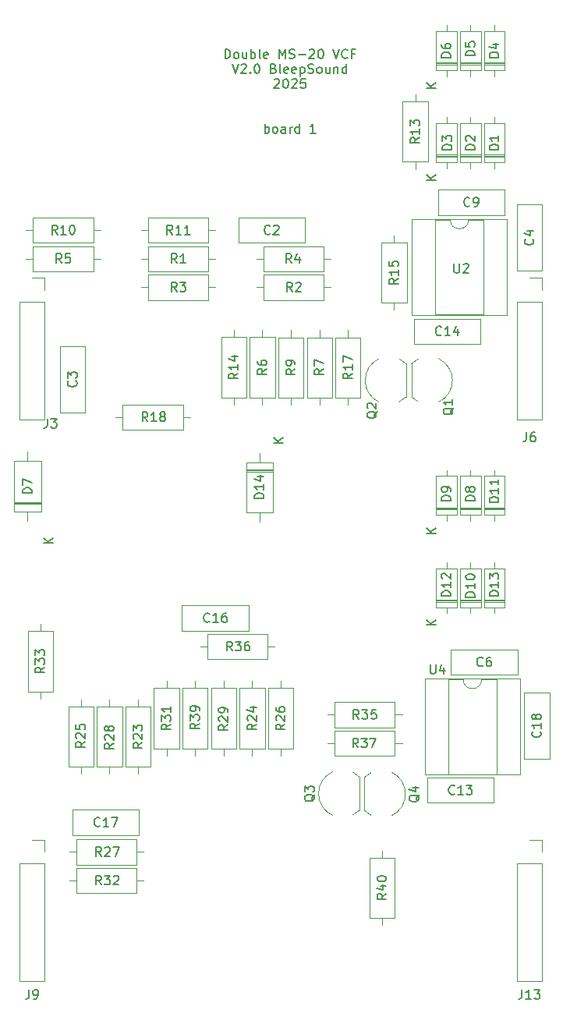
<source format=gto>
G04 #@! TF.GenerationSoftware,KiCad,Pcbnew,9.0.4-9.0.4-0~ubuntu22.04.1*
G04 #@! TF.CreationDate,2025-10-28T22:45:30+00:00*
G04 #@! TF.ProjectId,MS20-VCF,4d533230-2d56-4434-962e-6b696361645f,rev?*
G04 #@! TF.SameCoordinates,Original*
G04 #@! TF.FileFunction,Legend,Top*
G04 #@! TF.FilePolarity,Positive*
%FSLAX46Y46*%
G04 Gerber Fmt 4.6, Leading zero omitted, Abs format (unit mm)*
G04 Created by KiCad (PCBNEW 9.0.4-9.0.4-0~ubuntu22.04.1) date 2025-10-28 22:45:30*
%MOMM*%
%LPD*%
G01*
G04 APERTURE LIST*
%ADD10C,0.150000*%
%ADD11C,0.120000*%
%ADD12C,1.600000*%
%ADD13R,1.600000X1.600000*%
%ADD14O,1.600000X1.600000*%
%ADD15R,1.700000X1.700000*%
%ADD16O,1.700000X1.700000*%
%ADD17R,1.500000X1.500000*%
%ADD18C,1.500000*%
%ADD19C,2.200000*%
%ADD20C,1.440000*%
%ADD21C,1.700000*%
G04 APERTURE END LIST*
D10*
X53952380Y-43844875D02*
X53952380Y-42844875D01*
X53952380Y-42844875D02*
X54190475Y-42844875D01*
X54190475Y-42844875D02*
X54333332Y-42892494D01*
X54333332Y-42892494D02*
X54428570Y-42987732D01*
X54428570Y-42987732D02*
X54476189Y-43082970D01*
X54476189Y-43082970D02*
X54523808Y-43273446D01*
X54523808Y-43273446D02*
X54523808Y-43416303D01*
X54523808Y-43416303D02*
X54476189Y-43606779D01*
X54476189Y-43606779D02*
X54428570Y-43702017D01*
X54428570Y-43702017D02*
X54333332Y-43797256D01*
X54333332Y-43797256D02*
X54190475Y-43844875D01*
X54190475Y-43844875D02*
X53952380Y-43844875D01*
X55095237Y-43844875D02*
X54999999Y-43797256D01*
X54999999Y-43797256D02*
X54952380Y-43749636D01*
X54952380Y-43749636D02*
X54904761Y-43654398D01*
X54904761Y-43654398D02*
X54904761Y-43368684D01*
X54904761Y-43368684D02*
X54952380Y-43273446D01*
X54952380Y-43273446D02*
X54999999Y-43225827D01*
X54999999Y-43225827D02*
X55095237Y-43178208D01*
X55095237Y-43178208D02*
X55238094Y-43178208D01*
X55238094Y-43178208D02*
X55333332Y-43225827D01*
X55333332Y-43225827D02*
X55380951Y-43273446D01*
X55380951Y-43273446D02*
X55428570Y-43368684D01*
X55428570Y-43368684D02*
X55428570Y-43654398D01*
X55428570Y-43654398D02*
X55380951Y-43749636D01*
X55380951Y-43749636D02*
X55333332Y-43797256D01*
X55333332Y-43797256D02*
X55238094Y-43844875D01*
X55238094Y-43844875D02*
X55095237Y-43844875D01*
X56285713Y-43178208D02*
X56285713Y-43844875D01*
X55857142Y-43178208D02*
X55857142Y-43702017D01*
X55857142Y-43702017D02*
X55904761Y-43797256D01*
X55904761Y-43797256D02*
X55999999Y-43844875D01*
X55999999Y-43844875D02*
X56142856Y-43844875D01*
X56142856Y-43844875D02*
X56238094Y-43797256D01*
X56238094Y-43797256D02*
X56285713Y-43749636D01*
X56761904Y-43844875D02*
X56761904Y-42844875D01*
X56761904Y-43225827D02*
X56857142Y-43178208D01*
X56857142Y-43178208D02*
X57047618Y-43178208D01*
X57047618Y-43178208D02*
X57142856Y-43225827D01*
X57142856Y-43225827D02*
X57190475Y-43273446D01*
X57190475Y-43273446D02*
X57238094Y-43368684D01*
X57238094Y-43368684D02*
X57238094Y-43654398D01*
X57238094Y-43654398D02*
X57190475Y-43749636D01*
X57190475Y-43749636D02*
X57142856Y-43797256D01*
X57142856Y-43797256D02*
X57047618Y-43844875D01*
X57047618Y-43844875D02*
X56857142Y-43844875D01*
X56857142Y-43844875D02*
X56761904Y-43797256D01*
X57809523Y-43844875D02*
X57714285Y-43797256D01*
X57714285Y-43797256D02*
X57666666Y-43702017D01*
X57666666Y-43702017D02*
X57666666Y-42844875D01*
X58571428Y-43797256D02*
X58476190Y-43844875D01*
X58476190Y-43844875D02*
X58285714Y-43844875D01*
X58285714Y-43844875D02*
X58190476Y-43797256D01*
X58190476Y-43797256D02*
X58142857Y-43702017D01*
X58142857Y-43702017D02*
X58142857Y-43321065D01*
X58142857Y-43321065D02*
X58190476Y-43225827D01*
X58190476Y-43225827D02*
X58285714Y-43178208D01*
X58285714Y-43178208D02*
X58476190Y-43178208D01*
X58476190Y-43178208D02*
X58571428Y-43225827D01*
X58571428Y-43225827D02*
X58619047Y-43321065D01*
X58619047Y-43321065D02*
X58619047Y-43416303D01*
X58619047Y-43416303D02*
X58142857Y-43511541D01*
X59809524Y-43844875D02*
X59809524Y-42844875D01*
X59809524Y-42844875D02*
X60142857Y-43559160D01*
X60142857Y-43559160D02*
X60476190Y-42844875D01*
X60476190Y-42844875D02*
X60476190Y-43844875D01*
X60904762Y-43797256D02*
X61047619Y-43844875D01*
X61047619Y-43844875D02*
X61285714Y-43844875D01*
X61285714Y-43844875D02*
X61380952Y-43797256D01*
X61380952Y-43797256D02*
X61428571Y-43749636D01*
X61428571Y-43749636D02*
X61476190Y-43654398D01*
X61476190Y-43654398D02*
X61476190Y-43559160D01*
X61476190Y-43559160D02*
X61428571Y-43463922D01*
X61428571Y-43463922D02*
X61380952Y-43416303D01*
X61380952Y-43416303D02*
X61285714Y-43368684D01*
X61285714Y-43368684D02*
X61095238Y-43321065D01*
X61095238Y-43321065D02*
X61000000Y-43273446D01*
X61000000Y-43273446D02*
X60952381Y-43225827D01*
X60952381Y-43225827D02*
X60904762Y-43130589D01*
X60904762Y-43130589D02*
X60904762Y-43035351D01*
X60904762Y-43035351D02*
X60952381Y-42940113D01*
X60952381Y-42940113D02*
X61000000Y-42892494D01*
X61000000Y-42892494D02*
X61095238Y-42844875D01*
X61095238Y-42844875D02*
X61333333Y-42844875D01*
X61333333Y-42844875D02*
X61476190Y-42892494D01*
X61904762Y-43463922D02*
X62666667Y-43463922D01*
X63095238Y-42940113D02*
X63142857Y-42892494D01*
X63142857Y-42892494D02*
X63238095Y-42844875D01*
X63238095Y-42844875D02*
X63476190Y-42844875D01*
X63476190Y-42844875D02*
X63571428Y-42892494D01*
X63571428Y-42892494D02*
X63619047Y-42940113D01*
X63619047Y-42940113D02*
X63666666Y-43035351D01*
X63666666Y-43035351D02*
X63666666Y-43130589D01*
X63666666Y-43130589D02*
X63619047Y-43273446D01*
X63619047Y-43273446D02*
X63047619Y-43844875D01*
X63047619Y-43844875D02*
X63666666Y-43844875D01*
X64285714Y-42844875D02*
X64380952Y-42844875D01*
X64380952Y-42844875D02*
X64476190Y-42892494D01*
X64476190Y-42892494D02*
X64523809Y-42940113D01*
X64523809Y-42940113D02*
X64571428Y-43035351D01*
X64571428Y-43035351D02*
X64619047Y-43225827D01*
X64619047Y-43225827D02*
X64619047Y-43463922D01*
X64619047Y-43463922D02*
X64571428Y-43654398D01*
X64571428Y-43654398D02*
X64523809Y-43749636D01*
X64523809Y-43749636D02*
X64476190Y-43797256D01*
X64476190Y-43797256D02*
X64380952Y-43844875D01*
X64380952Y-43844875D02*
X64285714Y-43844875D01*
X64285714Y-43844875D02*
X64190476Y-43797256D01*
X64190476Y-43797256D02*
X64142857Y-43749636D01*
X64142857Y-43749636D02*
X64095238Y-43654398D01*
X64095238Y-43654398D02*
X64047619Y-43463922D01*
X64047619Y-43463922D02*
X64047619Y-43225827D01*
X64047619Y-43225827D02*
X64095238Y-43035351D01*
X64095238Y-43035351D02*
X64142857Y-42940113D01*
X64142857Y-42940113D02*
X64190476Y-42892494D01*
X64190476Y-42892494D02*
X64285714Y-42844875D01*
X65666667Y-42844875D02*
X66000000Y-43844875D01*
X66000000Y-43844875D02*
X66333333Y-42844875D01*
X67238095Y-43749636D02*
X67190476Y-43797256D01*
X67190476Y-43797256D02*
X67047619Y-43844875D01*
X67047619Y-43844875D02*
X66952381Y-43844875D01*
X66952381Y-43844875D02*
X66809524Y-43797256D01*
X66809524Y-43797256D02*
X66714286Y-43702017D01*
X66714286Y-43702017D02*
X66666667Y-43606779D01*
X66666667Y-43606779D02*
X66619048Y-43416303D01*
X66619048Y-43416303D02*
X66619048Y-43273446D01*
X66619048Y-43273446D02*
X66666667Y-43082970D01*
X66666667Y-43082970D02*
X66714286Y-42987732D01*
X66714286Y-42987732D02*
X66809524Y-42892494D01*
X66809524Y-42892494D02*
X66952381Y-42844875D01*
X66952381Y-42844875D02*
X67047619Y-42844875D01*
X67047619Y-42844875D02*
X67190476Y-42892494D01*
X67190476Y-42892494D02*
X67238095Y-42940113D01*
X68000000Y-43321065D02*
X67666667Y-43321065D01*
X67666667Y-43844875D02*
X67666667Y-42844875D01*
X67666667Y-42844875D02*
X68142857Y-42844875D01*
X54738095Y-44454819D02*
X55071428Y-45454819D01*
X55071428Y-45454819D02*
X55404761Y-44454819D01*
X55690476Y-44550057D02*
X55738095Y-44502438D01*
X55738095Y-44502438D02*
X55833333Y-44454819D01*
X55833333Y-44454819D02*
X56071428Y-44454819D01*
X56071428Y-44454819D02*
X56166666Y-44502438D01*
X56166666Y-44502438D02*
X56214285Y-44550057D01*
X56214285Y-44550057D02*
X56261904Y-44645295D01*
X56261904Y-44645295D02*
X56261904Y-44740533D01*
X56261904Y-44740533D02*
X56214285Y-44883390D01*
X56214285Y-44883390D02*
X55642857Y-45454819D01*
X55642857Y-45454819D02*
X56261904Y-45454819D01*
X56690476Y-45359580D02*
X56738095Y-45407200D01*
X56738095Y-45407200D02*
X56690476Y-45454819D01*
X56690476Y-45454819D02*
X56642857Y-45407200D01*
X56642857Y-45407200D02*
X56690476Y-45359580D01*
X56690476Y-45359580D02*
X56690476Y-45454819D01*
X57357142Y-44454819D02*
X57452380Y-44454819D01*
X57452380Y-44454819D02*
X57547618Y-44502438D01*
X57547618Y-44502438D02*
X57595237Y-44550057D01*
X57595237Y-44550057D02*
X57642856Y-44645295D01*
X57642856Y-44645295D02*
X57690475Y-44835771D01*
X57690475Y-44835771D02*
X57690475Y-45073866D01*
X57690475Y-45073866D02*
X57642856Y-45264342D01*
X57642856Y-45264342D02*
X57595237Y-45359580D01*
X57595237Y-45359580D02*
X57547618Y-45407200D01*
X57547618Y-45407200D02*
X57452380Y-45454819D01*
X57452380Y-45454819D02*
X57357142Y-45454819D01*
X57357142Y-45454819D02*
X57261904Y-45407200D01*
X57261904Y-45407200D02*
X57214285Y-45359580D01*
X57214285Y-45359580D02*
X57166666Y-45264342D01*
X57166666Y-45264342D02*
X57119047Y-45073866D01*
X57119047Y-45073866D02*
X57119047Y-44835771D01*
X57119047Y-44835771D02*
X57166666Y-44645295D01*
X57166666Y-44645295D02*
X57214285Y-44550057D01*
X57214285Y-44550057D02*
X57261904Y-44502438D01*
X57261904Y-44502438D02*
X57357142Y-44454819D01*
X59214285Y-44931009D02*
X59357142Y-44978628D01*
X59357142Y-44978628D02*
X59404761Y-45026247D01*
X59404761Y-45026247D02*
X59452380Y-45121485D01*
X59452380Y-45121485D02*
X59452380Y-45264342D01*
X59452380Y-45264342D02*
X59404761Y-45359580D01*
X59404761Y-45359580D02*
X59357142Y-45407200D01*
X59357142Y-45407200D02*
X59261904Y-45454819D01*
X59261904Y-45454819D02*
X58880952Y-45454819D01*
X58880952Y-45454819D02*
X58880952Y-44454819D01*
X58880952Y-44454819D02*
X59214285Y-44454819D01*
X59214285Y-44454819D02*
X59309523Y-44502438D01*
X59309523Y-44502438D02*
X59357142Y-44550057D01*
X59357142Y-44550057D02*
X59404761Y-44645295D01*
X59404761Y-44645295D02*
X59404761Y-44740533D01*
X59404761Y-44740533D02*
X59357142Y-44835771D01*
X59357142Y-44835771D02*
X59309523Y-44883390D01*
X59309523Y-44883390D02*
X59214285Y-44931009D01*
X59214285Y-44931009D02*
X58880952Y-44931009D01*
X60023809Y-45454819D02*
X59928571Y-45407200D01*
X59928571Y-45407200D02*
X59880952Y-45311961D01*
X59880952Y-45311961D02*
X59880952Y-44454819D01*
X60785714Y-45407200D02*
X60690476Y-45454819D01*
X60690476Y-45454819D02*
X60500000Y-45454819D01*
X60500000Y-45454819D02*
X60404762Y-45407200D01*
X60404762Y-45407200D02*
X60357143Y-45311961D01*
X60357143Y-45311961D02*
X60357143Y-44931009D01*
X60357143Y-44931009D02*
X60404762Y-44835771D01*
X60404762Y-44835771D02*
X60500000Y-44788152D01*
X60500000Y-44788152D02*
X60690476Y-44788152D01*
X60690476Y-44788152D02*
X60785714Y-44835771D01*
X60785714Y-44835771D02*
X60833333Y-44931009D01*
X60833333Y-44931009D02*
X60833333Y-45026247D01*
X60833333Y-45026247D02*
X60357143Y-45121485D01*
X61642857Y-45407200D02*
X61547619Y-45454819D01*
X61547619Y-45454819D02*
X61357143Y-45454819D01*
X61357143Y-45454819D02*
X61261905Y-45407200D01*
X61261905Y-45407200D02*
X61214286Y-45311961D01*
X61214286Y-45311961D02*
X61214286Y-44931009D01*
X61214286Y-44931009D02*
X61261905Y-44835771D01*
X61261905Y-44835771D02*
X61357143Y-44788152D01*
X61357143Y-44788152D02*
X61547619Y-44788152D01*
X61547619Y-44788152D02*
X61642857Y-44835771D01*
X61642857Y-44835771D02*
X61690476Y-44931009D01*
X61690476Y-44931009D02*
X61690476Y-45026247D01*
X61690476Y-45026247D02*
X61214286Y-45121485D01*
X62119048Y-44788152D02*
X62119048Y-45788152D01*
X62119048Y-44835771D02*
X62214286Y-44788152D01*
X62214286Y-44788152D02*
X62404762Y-44788152D01*
X62404762Y-44788152D02*
X62500000Y-44835771D01*
X62500000Y-44835771D02*
X62547619Y-44883390D01*
X62547619Y-44883390D02*
X62595238Y-44978628D01*
X62595238Y-44978628D02*
X62595238Y-45264342D01*
X62595238Y-45264342D02*
X62547619Y-45359580D01*
X62547619Y-45359580D02*
X62500000Y-45407200D01*
X62500000Y-45407200D02*
X62404762Y-45454819D01*
X62404762Y-45454819D02*
X62214286Y-45454819D01*
X62214286Y-45454819D02*
X62119048Y-45407200D01*
X62976191Y-45407200D02*
X63119048Y-45454819D01*
X63119048Y-45454819D02*
X63357143Y-45454819D01*
X63357143Y-45454819D02*
X63452381Y-45407200D01*
X63452381Y-45407200D02*
X63500000Y-45359580D01*
X63500000Y-45359580D02*
X63547619Y-45264342D01*
X63547619Y-45264342D02*
X63547619Y-45169104D01*
X63547619Y-45169104D02*
X63500000Y-45073866D01*
X63500000Y-45073866D02*
X63452381Y-45026247D01*
X63452381Y-45026247D02*
X63357143Y-44978628D01*
X63357143Y-44978628D02*
X63166667Y-44931009D01*
X63166667Y-44931009D02*
X63071429Y-44883390D01*
X63071429Y-44883390D02*
X63023810Y-44835771D01*
X63023810Y-44835771D02*
X62976191Y-44740533D01*
X62976191Y-44740533D02*
X62976191Y-44645295D01*
X62976191Y-44645295D02*
X63023810Y-44550057D01*
X63023810Y-44550057D02*
X63071429Y-44502438D01*
X63071429Y-44502438D02*
X63166667Y-44454819D01*
X63166667Y-44454819D02*
X63404762Y-44454819D01*
X63404762Y-44454819D02*
X63547619Y-44502438D01*
X64119048Y-45454819D02*
X64023810Y-45407200D01*
X64023810Y-45407200D02*
X63976191Y-45359580D01*
X63976191Y-45359580D02*
X63928572Y-45264342D01*
X63928572Y-45264342D02*
X63928572Y-44978628D01*
X63928572Y-44978628D02*
X63976191Y-44883390D01*
X63976191Y-44883390D02*
X64023810Y-44835771D01*
X64023810Y-44835771D02*
X64119048Y-44788152D01*
X64119048Y-44788152D02*
X64261905Y-44788152D01*
X64261905Y-44788152D02*
X64357143Y-44835771D01*
X64357143Y-44835771D02*
X64404762Y-44883390D01*
X64404762Y-44883390D02*
X64452381Y-44978628D01*
X64452381Y-44978628D02*
X64452381Y-45264342D01*
X64452381Y-45264342D02*
X64404762Y-45359580D01*
X64404762Y-45359580D02*
X64357143Y-45407200D01*
X64357143Y-45407200D02*
X64261905Y-45454819D01*
X64261905Y-45454819D02*
X64119048Y-45454819D01*
X65309524Y-44788152D02*
X65309524Y-45454819D01*
X64880953Y-44788152D02*
X64880953Y-45311961D01*
X64880953Y-45311961D02*
X64928572Y-45407200D01*
X64928572Y-45407200D02*
X65023810Y-45454819D01*
X65023810Y-45454819D02*
X65166667Y-45454819D01*
X65166667Y-45454819D02*
X65261905Y-45407200D01*
X65261905Y-45407200D02*
X65309524Y-45359580D01*
X65785715Y-44788152D02*
X65785715Y-45454819D01*
X65785715Y-44883390D02*
X65833334Y-44835771D01*
X65833334Y-44835771D02*
X65928572Y-44788152D01*
X65928572Y-44788152D02*
X66071429Y-44788152D01*
X66071429Y-44788152D02*
X66166667Y-44835771D01*
X66166667Y-44835771D02*
X66214286Y-44931009D01*
X66214286Y-44931009D02*
X66214286Y-45454819D01*
X67119048Y-45454819D02*
X67119048Y-44454819D01*
X67119048Y-45407200D02*
X67023810Y-45454819D01*
X67023810Y-45454819D02*
X66833334Y-45454819D01*
X66833334Y-45454819D02*
X66738096Y-45407200D01*
X66738096Y-45407200D02*
X66690477Y-45359580D01*
X66690477Y-45359580D02*
X66642858Y-45264342D01*
X66642858Y-45264342D02*
X66642858Y-44978628D01*
X66642858Y-44978628D02*
X66690477Y-44883390D01*
X66690477Y-44883390D02*
X66738096Y-44835771D01*
X66738096Y-44835771D02*
X66833334Y-44788152D01*
X66833334Y-44788152D02*
X67023810Y-44788152D01*
X67023810Y-44788152D02*
X67119048Y-44835771D01*
X59285714Y-46160001D02*
X59333333Y-46112382D01*
X59333333Y-46112382D02*
X59428571Y-46064763D01*
X59428571Y-46064763D02*
X59666666Y-46064763D01*
X59666666Y-46064763D02*
X59761904Y-46112382D01*
X59761904Y-46112382D02*
X59809523Y-46160001D01*
X59809523Y-46160001D02*
X59857142Y-46255239D01*
X59857142Y-46255239D02*
X59857142Y-46350477D01*
X59857142Y-46350477D02*
X59809523Y-46493334D01*
X59809523Y-46493334D02*
X59238095Y-47064763D01*
X59238095Y-47064763D02*
X59857142Y-47064763D01*
X60476190Y-46064763D02*
X60571428Y-46064763D01*
X60571428Y-46064763D02*
X60666666Y-46112382D01*
X60666666Y-46112382D02*
X60714285Y-46160001D01*
X60714285Y-46160001D02*
X60761904Y-46255239D01*
X60761904Y-46255239D02*
X60809523Y-46445715D01*
X60809523Y-46445715D02*
X60809523Y-46683810D01*
X60809523Y-46683810D02*
X60761904Y-46874286D01*
X60761904Y-46874286D02*
X60714285Y-46969524D01*
X60714285Y-46969524D02*
X60666666Y-47017144D01*
X60666666Y-47017144D02*
X60571428Y-47064763D01*
X60571428Y-47064763D02*
X60476190Y-47064763D01*
X60476190Y-47064763D02*
X60380952Y-47017144D01*
X60380952Y-47017144D02*
X60333333Y-46969524D01*
X60333333Y-46969524D02*
X60285714Y-46874286D01*
X60285714Y-46874286D02*
X60238095Y-46683810D01*
X60238095Y-46683810D02*
X60238095Y-46445715D01*
X60238095Y-46445715D02*
X60285714Y-46255239D01*
X60285714Y-46255239D02*
X60333333Y-46160001D01*
X60333333Y-46160001D02*
X60380952Y-46112382D01*
X60380952Y-46112382D02*
X60476190Y-46064763D01*
X61190476Y-46160001D02*
X61238095Y-46112382D01*
X61238095Y-46112382D02*
X61333333Y-46064763D01*
X61333333Y-46064763D02*
X61571428Y-46064763D01*
X61571428Y-46064763D02*
X61666666Y-46112382D01*
X61666666Y-46112382D02*
X61714285Y-46160001D01*
X61714285Y-46160001D02*
X61761904Y-46255239D01*
X61761904Y-46255239D02*
X61761904Y-46350477D01*
X61761904Y-46350477D02*
X61714285Y-46493334D01*
X61714285Y-46493334D02*
X61142857Y-47064763D01*
X61142857Y-47064763D02*
X61761904Y-47064763D01*
X62666666Y-46064763D02*
X62190476Y-46064763D01*
X62190476Y-46064763D02*
X62142857Y-46540953D01*
X62142857Y-46540953D02*
X62190476Y-46493334D01*
X62190476Y-46493334D02*
X62285714Y-46445715D01*
X62285714Y-46445715D02*
X62523809Y-46445715D01*
X62523809Y-46445715D02*
X62619047Y-46493334D01*
X62619047Y-46493334D02*
X62666666Y-46540953D01*
X62666666Y-46540953D02*
X62714285Y-46636191D01*
X62714285Y-46636191D02*
X62714285Y-46874286D01*
X62714285Y-46874286D02*
X62666666Y-46969524D01*
X62666666Y-46969524D02*
X62619047Y-47017144D01*
X62619047Y-47017144D02*
X62523809Y-47064763D01*
X62523809Y-47064763D02*
X62285714Y-47064763D01*
X62285714Y-47064763D02*
X62190476Y-47017144D01*
X62190476Y-47017144D02*
X62142857Y-46969524D01*
X58261904Y-51954819D02*
X58261904Y-50954819D01*
X58261904Y-51335771D02*
X58357142Y-51288152D01*
X58357142Y-51288152D02*
X58547618Y-51288152D01*
X58547618Y-51288152D02*
X58642856Y-51335771D01*
X58642856Y-51335771D02*
X58690475Y-51383390D01*
X58690475Y-51383390D02*
X58738094Y-51478628D01*
X58738094Y-51478628D02*
X58738094Y-51764342D01*
X58738094Y-51764342D02*
X58690475Y-51859580D01*
X58690475Y-51859580D02*
X58642856Y-51907200D01*
X58642856Y-51907200D02*
X58547618Y-51954819D01*
X58547618Y-51954819D02*
X58357142Y-51954819D01*
X58357142Y-51954819D02*
X58261904Y-51907200D01*
X59309523Y-51954819D02*
X59214285Y-51907200D01*
X59214285Y-51907200D02*
X59166666Y-51859580D01*
X59166666Y-51859580D02*
X59119047Y-51764342D01*
X59119047Y-51764342D02*
X59119047Y-51478628D01*
X59119047Y-51478628D02*
X59166666Y-51383390D01*
X59166666Y-51383390D02*
X59214285Y-51335771D01*
X59214285Y-51335771D02*
X59309523Y-51288152D01*
X59309523Y-51288152D02*
X59452380Y-51288152D01*
X59452380Y-51288152D02*
X59547618Y-51335771D01*
X59547618Y-51335771D02*
X59595237Y-51383390D01*
X59595237Y-51383390D02*
X59642856Y-51478628D01*
X59642856Y-51478628D02*
X59642856Y-51764342D01*
X59642856Y-51764342D02*
X59595237Y-51859580D01*
X59595237Y-51859580D02*
X59547618Y-51907200D01*
X59547618Y-51907200D02*
X59452380Y-51954819D01*
X59452380Y-51954819D02*
X59309523Y-51954819D01*
X60499999Y-51954819D02*
X60499999Y-51431009D01*
X60499999Y-51431009D02*
X60452380Y-51335771D01*
X60452380Y-51335771D02*
X60357142Y-51288152D01*
X60357142Y-51288152D02*
X60166666Y-51288152D01*
X60166666Y-51288152D02*
X60071428Y-51335771D01*
X60499999Y-51907200D02*
X60404761Y-51954819D01*
X60404761Y-51954819D02*
X60166666Y-51954819D01*
X60166666Y-51954819D02*
X60071428Y-51907200D01*
X60071428Y-51907200D02*
X60023809Y-51811961D01*
X60023809Y-51811961D02*
X60023809Y-51716723D01*
X60023809Y-51716723D02*
X60071428Y-51621485D01*
X60071428Y-51621485D02*
X60166666Y-51573866D01*
X60166666Y-51573866D02*
X60404761Y-51573866D01*
X60404761Y-51573866D02*
X60499999Y-51526247D01*
X60976190Y-51954819D02*
X60976190Y-51288152D01*
X60976190Y-51478628D02*
X61023809Y-51383390D01*
X61023809Y-51383390D02*
X61071428Y-51335771D01*
X61071428Y-51335771D02*
X61166666Y-51288152D01*
X61166666Y-51288152D02*
X61261904Y-51288152D01*
X62023809Y-51954819D02*
X62023809Y-50954819D01*
X62023809Y-51907200D02*
X61928571Y-51954819D01*
X61928571Y-51954819D02*
X61738095Y-51954819D01*
X61738095Y-51954819D02*
X61642857Y-51907200D01*
X61642857Y-51907200D02*
X61595238Y-51859580D01*
X61595238Y-51859580D02*
X61547619Y-51764342D01*
X61547619Y-51764342D02*
X61547619Y-51478628D01*
X61547619Y-51478628D02*
X61595238Y-51383390D01*
X61595238Y-51383390D02*
X61642857Y-51335771D01*
X61642857Y-51335771D02*
X61738095Y-51288152D01*
X61738095Y-51288152D02*
X61928571Y-51288152D01*
X61928571Y-51288152D02*
X62023809Y-51335771D01*
X63785714Y-51954819D02*
X63214286Y-51954819D01*
X63500000Y-51954819D02*
X63500000Y-50954819D01*
X63500000Y-50954819D02*
X63404762Y-51097676D01*
X63404762Y-51097676D02*
X63309524Y-51192914D01*
X63309524Y-51192914D02*
X63214286Y-51240533D01*
X87359580Y-63466666D02*
X87407200Y-63514285D01*
X87407200Y-63514285D02*
X87454819Y-63657142D01*
X87454819Y-63657142D02*
X87454819Y-63752380D01*
X87454819Y-63752380D02*
X87407200Y-63895237D01*
X87407200Y-63895237D02*
X87311961Y-63990475D01*
X87311961Y-63990475D02*
X87216723Y-64038094D01*
X87216723Y-64038094D02*
X87026247Y-64085713D01*
X87026247Y-64085713D02*
X86883390Y-64085713D01*
X86883390Y-64085713D02*
X86692914Y-64038094D01*
X86692914Y-64038094D02*
X86597676Y-63990475D01*
X86597676Y-63990475D02*
X86502438Y-63895237D01*
X86502438Y-63895237D02*
X86454819Y-63752380D01*
X86454819Y-63752380D02*
X86454819Y-63657142D01*
X86454819Y-63657142D02*
X86502438Y-63514285D01*
X86502438Y-63514285D02*
X86550057Y-63466666D01*
X86788152Y-62609523D02*
X87454819Y-62609523D01*
X86407200Y-62847618D02*
X87121485Y-63085713D01*
X87121485Y-63085713D02*
X87121485Y-62466666D01*
X88159580Y-116942857D02*
X88207200Y-116990476D01*
X88207200Y-116990476D02*
X88254819Y-117133333D01*
X88254819Y-117133333D02*
X88254819Y-117228571D01*
X88254819Y-117228571D02*
X88207200Y-117371428D01*
X88207200Y-117371428D02*
X88111961Y-117466666D01*
X88111961Y-117466666D02*
X88016723Y-117514285D01*
X88016723Y-117514285D02*
X87826247Y-117561904D01*
X87826247Y-117561904D02*
X87683390Y-117561904D01*
X87683390Y-117561904D02*
X87492914Y-117514285D01*
X87492914Y-117514285D02*
X87397676Y-117466666D01*
X87397676Y-117466666D02*
X87302438Y-117371428D01*
X87302438Y-117371428D02*
X87254819Y-117228571D01*
X87254819Y-117228571D02*
X87254819Y-117133333D01*
X87254819Y-117133333D02*
X87302438Y-116990476D01*
X87302438Y-116990476D02*
X87350057Y-116942857D01*
X88254819Y-115990476D02*
X88254819Y-116561904D01*
X88254819Y-116276190D02*
X87254819Y-116276190D01*
X87254819Y-116276190D02*
X87397676Y-116371428D01*
X87397676Y-116371428D02*
X87492914Y-116466666D01*
X87492914Y-116466666D02*
X87540533Y-116561904D01*
X87683390Y-115419047D02*
X87635771Y-115514285D01*
X87635771Y-115514285D02*
X87588152Y-115561904D01*
X87588152Y-115561904D02*
X87492914Y-115609523D01*
X87492914Y-115609523D02*
X87445295Y-115609523D01*
X87445295Y-115609523D02*
X87350057Y-115561904D01*
X87350057Y-115561904D02*
X87302438Y-115514285D01*
X87302438Y-115514285D02*
X87254819Y-115419047D01*
X87254819Y-115419047D02*
X87254819Y-115228571D01*
X87254819Y-115228571D02*
X87302438Y-115133333D01*
X87302438Y-115133333D02*
X87350057Y-115085714D01*
X87350057Y-115085714D02*
X87445295Y-115038095D01*
X87445295Y-115038095D02*
X87492914Y-115038095D01*
X87492914Y-115038095D02*
X87588152Y-115085714D01*
X87588152Y-115085714D02*
X87635771Y-115133333D01*
X87635771Y-115133333D02*
X87683390Y-115228571D01*
X87683390Y-115228571D02*
X87683390Y-115419047D01*
X87683390Y-115419047D02*
X87731009Y-115514285D01*
X87731009Y-115514285D02*
X87778628Y-115561904D01*
X87778628Y-115561904D02*
X87873866Y-115609523D01*
X87873866Y-115609523D02*
X88064342Y-115609523D01*
X88064342Y-115609523D02*
X88159580Y-115561904D01*
X88159580Y-115561904D02*
X88207200Y-115514285D01*
X88207200Y-115514285D02*
X88254819Y-115419047D01*
X88254819Y-115419047D02*
X88254819Y-115228571D01*
X88254819Y-115228571D02*
X88207200Y-115133333D01*
X88207200Y-115133333D02*
X88159580Y-115085714D01*
X88159580Y-115085714D02*
X88064342Y-115038095D01*
X88064342Y-115038095D02*
X87873866Y-115038095D01*
X87873866Y-115038095D02*
X87778628Y-115085714D01*
X87778628Y-115085714D02*
X87731009Y-115133333D01*
X87731009Y-115133333D02*
X87683390Y-115228571D01*
X40357142Y-127159580D02*
X40309523Y-127207200D01*
X40309523Y-127207200D02*
X40166666Y-127254819D01*
X40166666Y-127254819D02*
X40071428Y-127254819D01*
X40071428Y-127254819D02*
X39928571Y-127207200D01*
X39928571Y-127207200D02*
X39833333Y-127111961D01*
X39833333Y-127111961D02*
X39785714Y-127016723D01*
X39785714Y-127016723D02*
X39738095Y-126826247D01*
X39738095Y-126826247D02*
X39738095Y-126683390D01*
X39738095Y-126683390D02*
X39785714Y-126492914D01*
X39785714Y-126492914D02*
X39833333Y-126397676D01*
X39833333Y-126397676D02*
X39928571Y-126302438D01*
X39928571Y-126302438D02*
X40071428Y-126254819D01*
X40071428Y-126254819D02*
X40166666Y-126254819D01*
X40166666Y-126254819D02*
X40309523Y-126302438D01*
X40309523Y-126302438D02*
X40357142Y-126350057D01*
X41309523Y-127254819D02*
X40738095Y-127254819D01*
X41023809Y-127254819D02*
X41023809Y-126254819D01*
X41023809Y-126254819D02*
X40928571Y-126397676D01*
X40928571Y-126397676D02*
X40833333Y-126492914D01*
X40833333Y-126492914D02*
X40738095Y-126540533D01*
X41642857Y-126254819D02*
X42309523Y-126254819D01*
X42309523Y-126254819D02*
X41880952Y-127254819D01*
X83654819Y-53748094D02*
X82654819Y-53748094D01*
X82654819Y-53748094D02*
X82654819Y-53509999D01*
X82654819Y-53509999D02*
X82702438Y-53367142D01*
X82702438Y-53367142D02*
X82797676Y-53271904D01*
X82797676Y-53271904D02*
X82892914Y-53224285D01*
X82892914Y-53224285D02*
X83083390Y-53176666D01*
X83083390Y-53176666D02*
X83226247Y-53176666D01*
X83226247Y-53176666D02*
X83416723Y-53224285D01*
X83416723Y-53224285D02*
X83511961Y-53271904D01*
X83511961Y-53271904D02*
X83607200Y-53367142D01*
X83607200Y-53367142D02*
X83654819Y-53509999D01*
X83654819Y-53509999D02*
X83654819Y-53748094D01*
X83654819Y-52224285D02*
X83654819Y-52795713D01*
X83654819Y-52509999D02*
X82654819Y-52509999D01*
X82654819Y-52509999D02*
X82797676Y-52605237D01*
X82797676Y-52605237D02*
X82892914Y-52700475D01*
X82892914Y-52700475D02*
X82940533Y-52795713D01*
X83654819Y-43738094D02*
X82654819Y-43738094D01*
X82654819Y-43738094D02*
X82654819Y-43499999D01*
X82654819Y-43499999D02*
X82702438Y-43357142D01*
X82702438Y-43357142D02*
X82797676Y-43261904D01*
X82797676Y-43261904D02*
X82892914Y-43214285D01*
X82892914Y-43214285D02*
X83083390Y-43166666D01*
X83083390Y-43166666D02*
X83226247Y-43166666D01*
X83226247Y-43166666D02*
X83416723Y-43214285D01*
X83416723Y-43214285D02*
X83511961Y-43261904D01*
X83511961Y-43261904D02*
X83607200Y-43357142D01*
X83607200Y-43357142D02*
X83654819Y-43499999D01*
X83654819Y-43499999D02*
X83654819Y-43738094D01*
X82988152Y-42309523D02*
X83654819Y-42309523D01*
X82607200Y-42547618D02*
X83321485Y-42785713D01*
X83321485Y-42785713D02*
X83321485Y-42166666D01*
X81054819Y-53748094D02*
X80054819Y-53748094D01*
X80054819Y-53748094D02*
X80054819Y-53509999D01*
X80054819Y-53509999D02*
X80102438Y-53367142D01*
X80102438Y-53367142D02*
X80197676Y-53271904D01*
X80197676Y-53271904D02*
X80292914Y-53224285D01*
X80292914Y-53224285D02*
X80483390Y-53176666D01*
X80483390Y-53176666D02*
X80626247Y-53176666D01*
X80626247Y-53176666D02*
X80816723Y-53224285D01*
X80816723Y-53224285D02*
X80911961Y-53271904D01*
X80911961Y-53271904D02*
X81007200Y-53367142D01*
X81007200Y-53367142D02*
X81054819Y-53509999D01*
X81054819Y-53509999D02*
X81054819Y-53748094D01*
X80150057Y-52795713D02*
X80102438Y-52748094D01*
X80102438Y-52748094D02*
X80054819Y-52652856D01*
X80054819Y-52652856D02*
X80054819Y-52414761D01*
X80054819Y-52414761D02*
X80102438Y-52319523D01*
X80102438Y-52319523D02*
X80150057Y-52271904D01*
X80150057Y-52271904D02*
X80245295Y-52224285D01*
X80245295Y-52224285D02*
X80340533Y-52224285D01*
X80340533Y-52224285D02*
X80483390Y-52271904D01*
X80483390Y-52271904D02*
X81054819Y-52843332D01*
X81054819Y-52843332D02*
X81054819Y-52224285D01*
X81054819Y-43548094D02*
X80054819Y-43548094D01*
X80054819Y-43548094D02*
X80054819Y-43309999D01*
X80054819Y-43309999D02*
X80102438Y-43167142D01*
X80102438Y-43167142D02*
X80197676Y-43071904D01*
X80197676Y-43071904D02*
X80292914Y-43024285D01*
X80292914Y-43024285D02*
X80483390Y-42976666D01*
X80483390Y-42976666D02*
X80626247Y-42976666D01*
X80626247Y-42976666D02*
X80816723Y-43024285D01*
X80816723Y-43024285D02*
X80911961Y-43071904D01*
X80911961Y-43071904D02*
X81007200Y-43167142D01*
X81007200Y-43167142D02*
X81054819Y-43309999D01*
X81054819Y-43309999D02*
X81054819Y-43548094D01*
X80054819Y-42071904D02*
X80054819Y-42548094D01*
X80054819Y-42548094D02*
X80531009Y-42595713D01*
X80531009Y-42595713D02*
X80483390Y-42548094D01*
X80483390Y-42548094D02*
X80435771Y-42452856D01*
X80435771Y-42452856D02*
X80435771Y-42214761D01*
X80435771Y-42214761D02*
X80483390Y-42119523D01*
X80483390Y-42119523D02*
X80531009Y-42071904D01*
X80531009Y-42071904D02*
X80626247Y-42024285D01*
X80626247Y-42024285D02*
X80864342Y-42024285D01*
X80864342Y-42024285D02*
X80959580Y-42071904D01*
X80959580Y-42071904D02*
X81007200Y-42119523D01*
X81007200Y-42119523D02*
X81054819Y-42214761D01*
X81054819Y-42214761D02*
X81054819Y-42452856D01*
X81054819Y-42452856D02*
X81007200Y-42548094D01*
X81007200Y-42548094D02*
X80959580Y-42595713D01*
X78554819Y-53748094D02*
X77554819Y-53748094D01*
X77554819Y-53748094D02*
X77554819Y-53509999D01*
X77554819Y-53509999D02*
X77602438Y-53367142D01*
X77602438Y-53367142D02*
X77697676Y-53271904D01*
X77697676Y-53271904D02*
X77792914Y-53224285D01*
X77792914Y-53224285D02*
X77983390Y-53176666D01*
X77983390Y-53176666D02*
X78126247Y-53176666D01*
X78126247Y-53176666D02*
X78316723Y-53224285D01*
X78316723Y-53224285D02*
X78411961Y-53271904D01*
X78411961Y-53271904D02*
X78507200Y-53367142D01*
X78507200Y-53367142D02*
X78554819Y-53509999D01*
X78554819Y-53509999D02*
X78554819Y-53748094D01*
X77554819Y-52843332D02*
X77554819Y-52224285D01*
X77554819Y-52224285D02*
X77935771Y-52557618D01*
X77935771Y-52557618D02*
X77935771Y-52414761D01*
X77935771Y-52414761D02*
X77983390Y-52319523D01*
X77983390Y-52319523D02*
X78031009Y-52271904D01*
X78031009Y-52271904D02*
X78126247Y-52224285D01*
X78126247Y-52224285D02*
X78364342Y-52224285D01*
X78364342Y-52224285D02*
X78459580Y-52271904D01*
X78459580Y-52271904D02*
X78507200Y-52319523D01*
X78507200Y-52319523D02*
X78554819Y-52414761D01*
X78554819Y-52414761D02*
X78554819Y-52700475D01*
X78554819Y-52700475D02*
X78507200Y-52795713D01*
X78507200Y-52795713D02*
X78459580Y-52843332D01*
X76854819Y-57081904D02*
X75854819Y-57081904D01*
X76854819Y-56510476D02*
X76283390Y-56939047D01*
X75854819Y-56510476D02*
X76426247Y-57081904D01*
X78454819Y-43738094D02*
X77454819Y-43738094D01*
X77454819Y-43738094D02*
X77454819Y-43499999D01*
X77454819Y-43499999D02*
X77502438Y-43357142D01*
X77502438Y-43357142D02*
X77597676Y-43261904D01*
X77597676Y-43261904D02*
X77692914Y-43214285D01*
X77692914Y-43214285D02*
X77883390Y-43166666D01*
X77883390Y-43166666D02*
X78026247Y-43166666D01*
X78026247Y-43166666D02*
X78216723Y-43214285D01*
X78216723Y-43214285D02*
X78311961Y-43261904D01*
X78311961Y-43261904D02*
X78407200Y-43357142D01*
X78407200Y-43357142D02*
X78454819Y-43499999D01*
X78454819Y-43499999D02*
X78454819Y-43738094D01*
X77454819Y-42309523D02*
X77454819Y-42499999D01*
X77454819Y-42499999D02*
X77502438Y-42595237D01*
X77502438Y-42595237D02*
X77550057Y-42642856D01*
X77550057Y-42642856D02*
X77692914Y-42738094D01*
X77692914Y-42738094D02*
X77883390Y-42785713D01*
X77883390Y-42785713D02*
X78264342Y-42785713D01*
X78264342Y-42785713D02*
X78359580Y-42738094D01*
X78359580Y-42738094D02*
X78407200Y-42690475D01*
X78407200Y-42690475D02*
X78454819Y-42595237D01*
X78454819Y-42595237D02*
X78454819Y-42404761D01*
X78454819Y-42404761D02*
X78407200Y-42309523D01*
X78407200Y-42309523D02*
X78359580Y-42261904D01*
X78359580Y-42261904D02*
X78264342Y-42214285D01*
X78264342Y-42214285D02*
X78026247Y-42214285D01*
X78026247Y-42214285D02*
X77931009Y-42261904D01*
X77931009Y-42261904D02*
X77883390Y-42309523D01*
X77883390Y-42309523D02*
X77835771Y-42404761D01*
X77835771Y-42404761D02*
X77835771Y-42595237D01*
X77835771Y-42595237D02*
X77883390Y-42690475D01*
X77883390Y-42690475D02*
X77931009Y-42738094D01*
X77931009Y-42738094D02*
X78026247Y-42785713D01*
X76854819Y-47071904D02*
X75854819Y-47071904D01*
X76854819Y-46500476D02*
X76283390Y-46929047D01*
X75854819Y-46500476D02*
X76426247Y-47071904D01*
X86666666Y-84454819D02*
X86666666Y-85169104D01*
X86666666Y-85169104D02*
X86619047Y-85311961D01*
X86619047Y-85311961D02*
X86523809Y-85407200D01*
X86523809Y-85407200D02*
X86380952Y-85454819D01*
X86380952Y-85454819D02*
X86285714Y-85454819D01*
X87571428Y-84454819D02*
X87380952Y-84454819D01*
X87380952Y-84454819D02*
X87285714Y-84502438D01*
X87285714Y-84502438D02*
X87238095Y-84550057D01*
X87238095Y-84550057D02*
X87142857Y-84692914D01*
X87142857Y-84692914D02*
X87095238Y-84883390D01*
X87095238Y-84883390D02*
X87095238Y-85264342D01*
X87095238Y-85264342D02*
X87142857Y-85359580D01*
X87142857Y-85359580D02*
X87190476Y-85407200D01*
X87190476Y-85407200D02*
X87285714Y-85454819D01*
X87285714Y-85454819D02*
X87476190Y-85454819D01*
X87476190Y-85454819D02*
X87571428Y-85407200D01*
X87571428Y-85407200D02*
X87619047Y-85359580D01*
X87619047Y-85359580D02*
X87666666Y-85264342D01*
X87666666Y-85264342D02*
X87666666Y-85026247D01*
X87666666Y-85026247D02*
X87619047Y-84931009D01*
X87619047Y-84931009D02*
X87571428Y-84883390D01*
X87571428Y-84883390D02*
X87476190Y-84835771D01*
X87476190Y-84835771D02*
X87285714Y-84835771D01*
X87285714Y-84835771D02*
X87190476Y-84883390D01*
X87190476Y-84883390D02*
X87142857Y-84931009D01*
X87142857Y-84931009D02*
X87095238Y-85026247D01*
X32666666Y-144954819D02*
X32666666Y-145669104D01*
X32666666Y-145669104D02*
X32619047Y-145811961D01*
X32619047Y-145811961D02*
X32523809Y-145907200D01*
X32523809Y-145907200D02*
X32380952Y-145954819D01*
X32380952Y-145954819D02*
X32285714Y-145954819D01*
X33190476Y-145954819D02*
X33380952Y-145954819D01*
X33380952Y-145954819D02*
X33476190Y-145907200D01*
X33476190Y-145907200D02*
X33523809Y-145859580D01*
X33523809Y-145859580D02*
X33619047Y-145716723D01*
X33619047Y-145716723D02*
X33666666Y-145526247D01*
X33666666Y-145526247D02*
X33666666Y-145145295D01*
X33666666Y-145145295D02*
X33619047Y-145050057D01*
X33619047Y-145050057D02*
X33571428Y-145002438D01*
X33571428Y-145002438D02*
X33476190Y-144954819D01*
X33476190Y-144954819D02*
X33285714Y-144954819D01*
X33285714Y-144954819D02*
X33190476Y-145002438D01*
X33190476Y-145002438D02*
X33142857Y-145050057D01*
X33142857Y-145050057D02*
X33095238Y-145145295D01*
X33095238Y-145145295D02*
X33095238Y-145383390D01*
X33095238Y-145383390D02*
X33142857Y-145478628D01*
X33142857Y-145478628D02*
X33190476Y-145526247D01*
X33190476Y-145526247D02*
X33285714Y-145573866D01*
X33285714Y-145573866D02*
X33476190Y-145573866D01*
X33476190Y-145573866D02*
X33571428Y-145526247D01*
X33571428Y-145526247D02*
X33619047Y-145478628D01*
X33619047Y-145478628D02*
X33666666Y-145383390D01*
X78750057Y-81795238D02*
X78702438Y-81890476D01*
X78702438Y-81890476D02*
X78607200Y-81985714D01*
X78607200Y-81985714D02*
X78464342Y-82128571D01*
X78464342Y-82128571D02*
X78416723Y-82223809D01*
X78416723Y-82223809D02*
X78416723Y-82319047D01*
X78654819Y-82271428D02*
X78607200Y-82366666D01*
X78607200Y-82366666D02*
X78511961Y-82461904D01*
X78511961Y-82461904D02*
X78321485Y-82509523D01*
X78321485Y-82509523D02*
X77988152Y-82509523D01*
X77988152Y-82509523D02*
X77797676Y-82461904D01*
X77797676Y-82461904D02*
X77702438Y-82366666D01*
X77702438Y-82366666D02*
X77654819Y-82271428D01*
X77654819Y-82271428D02*
X77654819Y-82080952D01*
X77654819Y-82080952D02*
X77702438Y-81985714D01*
X77702438Y-81985714D02*
X77797676Y-81890476D01*
X77797676Y-81890476D02*
X77988152Y-81842857D01*
X77988152Y-81842857D02*
X78321485Y-81842857D01*
X78321485Y-81842857D02*
X78511961Y-81890476D01*
X78511961Y-81890476D02*
X78607200Y-81985714D01*
X78607200Y-81985714D02*
X78654819Y-82080952D01*
X78654819Y-82080952D02*
X78654819Y-82271428D01*
X78654819Y-80890476D02*
X78654819Y-81461904D01*
X78654819Y-81176190D02*
X77654819Y-81176190D01*
X77654819Y-81176190D02*
X77797676Y-81271428D01*
X77797676Y-81271428D02*
X77892914Y-81366666D01*
X77892914Y-81366666D02*
X77940533Y-81461904D01*
X70450057Y-82165238D02*
X70402438Y-82260476D01*
X70402438Y-82260476D02*
X70307200Y-82355714D01*
X70307200Y-82355714D02*
X70164342Y-82498571D01*
X70164342Y-82498571D02*
X70116723Y-82593809D01*
X70116723Y-82593809D02*
X70116723Y-82689047D01*
X70354819Y-82641428D02*
X70307200Y-82736666D01*
X70307200Y-82736666D02*
X70211961Y-82831904D01*
X70211961Y-82831904D02*
X70021485Y-82879523D01*
X70021485Y-82879523D02*
X69688152Y-82879523D01*
X69688152Y-82879523D02*
X69497676Y-82831904D01*
X69497676Y-82831904D02*
X69402438Y-82736666D01*
X69402438Y-82736666D02*
X69354819Y-82641428D01*
X69354819Y-82641428D02*
X69354819Y-82450952D01*
X69354819Y-82450952D02*
X69402438Y-82355714D01*
X69402438Y-82355714D02*
X69497676Y-82260476D01*
X69497676Y-82260476D02*
X69688152Y-82212857D01*
X69688152Y-82212857D02*
X70021485Y-82212857D01*
X70021485Y-82212857D02*
X70211961Y-82260476D01*
X70211961Y-82260476D02*
X70307200Y-82355714D01*
X70307200Y-82355714D02*
X70354819Y-82450952D01*
X70354819Y-82450952D02*
X70354819Y-82641428D01*
X69450057Y-81831904D02*
X69402438Y-81784285D01*
X69402438Y-81784285D02*
X69354819Y-81689047D01*
X69354819Y-81689047D02*
X69354819Y-81450952D01*
X69354819Y-81450952D02*
X69402438Y-81355714D01*
X69402438Y-81355714D02*
X69450057Y-81308095D01*
X69450057Y-81308095D02*
X69545295Y-81260476D01*
X69545295Y-81260476D02*
X69640533Y-81260476D01*
X69640533Y-81260476D02*
X69783390Y-81308095D01*
X69783390Y-81308095D02*
X70354819Y-81879523D01*
X70354819Y-81879523D02*
X70354819Y-81260476D01*
X63690057Y-123755238D02*
X63642438Y-123850476D01*
X63642438Y-123850476D02*
X63547200Y-123945714D01*
X63547200Y-123945714D02*
X63404342Y-124088571D01*
X63404342Y-124088571D02*
X63356723Y-124183809D01*
X63356723Y-124183809D02*
X63356723Y-124279047D01*
X63594819Y-124231428D02*
X63547200Y-124326666D01*
X63547200Y-124326666D02*
X63451961Y-124421904D01*
X63451961Y-124421904D02*
X63261485Y-124469523D01*
X63261485Y-124469523D02*
X62928152Y-124469523D01*
X62928152Y-124469523D02*
X62737676Y-124421904D01*
X62737676Y-124421904D02*
X62642438Y-124326666D01*
X62642438Y-124326666D02*
X62594819Y-124231428D01*
X62594819Y-124231428D02*
X62594819Y-124040952D01*
X62594819Y-124040952D02*
X62642438Y-123945714D01*
X62642438Y-123945714D02*
X62737676Y-123850476D01*
X62737676Y-123850476D02*
X62928152Y-123802857D01*
X62928152Y-123802857D02*
X63261485Y-123802857D01*
X63261485Y-123802857D02*
X63451961Y-123850476D01*
X63451961Y-123850476D02*
X63547200Y-123945714D01*
X63547200Y-123945714D02*
X63594819Y-124040952D01*
X63594819Y-124040952D02*
X63594819Y-124231428D01*
X62594819Y-123469523D02*
X62594819Y-122850476D01*
X62594819Y-122850476D02*
X62975771Y-123183809D01*
X62975771Y-123183809D02*
X62975771Y-123040952D01*
X62975771Y-123040952D02*
X63023390Y-122945714D01*
X63023390Y-122945714D02*
X63071009Y-122898095D01*
X63071009Y-122898095D02*
X63166247Y-122850476D01*
X63166247Y-122850476D02*
X63404342Y-122850476D01*
X63404342Y-122850476D02*
X63499580Y-122898095D01*
X63499580Y-122898095D02*
X63547200Y-122945714D01*
X63547200Y-122945714D02*
X63594819Y-123040952D01*
X63594819Y-123040952D02*
X63594819Y-123326666D01*
X63594819Y-123326666D02*
X63547200Y-123421904D01*
X63547200Y-123421904D02*
X63499580Y-123469523D01*
X48713333Y-69154819D02*
X48380000Y-68678628D01*
X48141905Y-69154819D02*
X48141905Y-68154819D01*
X48141905Y-68154819D02*
X48522857Y-68154819D01*
X48522857Y-68154819D02*
X48618095Y-68202438D01*
X48618095Y-68202438D02*
X48665714Y-68250057D01*
X48665714Y-68250057D02*
X48713333Y-68345295D01*
X48713333Y-68345295D02*
X48713333Y-68488152D01*
X48713333Y-68488152D02*
X48665714Y-68583390D01*
X48665714Y-68583390D02*
X48618095Y-68631009D01*
X48618095Y-68631009D02*
X48522857Y-68678628D01*
X48522857Y-68678628D02*
X48141905Y-68678628D01*
X49046667Y-68154819D02*
X49665714Y-68154819D01*
X49665714Y-68154819D02*
X49332381Y-68535771D01*
X49332381Y-68535771D02*
X49475238Y-68535771D01*
X49475238Y-68535771D02*
X49570476Y-68583390D01*
X49570476Y-68583390D02*
X49618095Y-68631009D01*
X49618095Y-68631009D02*
X49665714Y-68726247D01*
X49665714Y-68726247D02*
X49665714Y-68964342D01*
X49665714Y-68964342D02*
X49618095Y-69059580D01*
X49618095Y-69059580D02*
X49570476Y-69107200D01*
X49570476Y-69107200D02*
X49475238Y-69154819D01*
X49475238Y-69154819D02*
X49189524Y-69154819D01*
X49189524Y-69154819D02*
X49094286Y-69107200D01*
X49094286Y-69107200D02*
X49046667Y-69059580D01*
X35737142Y-62954819D02*
X35403809Y-62478628D01*
X35165714Y-62954819D02*
X35165714Y-61954819D01*
X35165714Y-61954819D02*
X35546666Y-61954819D01*
X35546666Y-61954819D02*
X35641904Y-62002438D01*
X35641904Y-62002438D02*
X35689523Y-62050057D01*
X35689523Y-62050057D02*
X35737142Y-62145295D01*
X35737142Y-62145295D02*
X35737142Y-62288152D01*
X35737142Y-62288152D02*
X35689523Y-62383390D01*
X35689523Y-62383390D02*
X35641904Y-62431009D01*
X35641904Y-62431009D02*
X35546666Y-62478628D01*
X35546666Y-62478628D02*
X35165714Y-62478628D01*
X36689523Y-62954819D02*
X36118095Y-62954819D01*
X36403809Y-62954819D02*
X36403809Y-61954819D01*
X36403809Y-61954819D02*
X36308571Y-62097676D01*
X36308571Y-62097676D02*
X36213333Y-62192914D01*
X36213333Y-62192914D02*
X36118095Y-62240533D01*
X37308571Y-61954819D02*
X37403809Y-61954819D01*
X37403809Y-61954819D02*
X37499047Y-62002438D01*
X37499047Y-62002438D02*
X37546666Y-62050057D01*
X37546666Y-62050057D02*
X37594285Y-62145295D01*
X37594285Y-62145295D02*
X37641904Y-62335771D01*
X37641904Y-62335771D02*
X37641904Y-62573866D01*
X37641904Y-62573866D02*
X37594285Y-62764342D01*
X37594285Y-62764342D02*
X37546666Y-62859580D01*
X37546666Y-62859580D02*
X37499047Y-62907200D01*
X37499047Y-62907200D02*
X37403809Y-62954819D01*
X37403809Y-62954819D02*
X37308571Y-62954819D01*
X37308571Y-62954819D02*
X37213333Y-62907200D01*
X37213333Y-62907200D02*
X37165714Y-62859580D01*
X37165714Y-62859580D02*
X37118095Y-62764342D01*
X37118095Y-62764342D02*
X37070476Y-62573866D01*
X37070476Y-62573866D02*
X37070476Y-62335771D01*
X37070476Y-62335771D02*
X37118095Y-62145295D01*
X37118095Y-62145295D02*
X37165714Y-62050057D01*
X37165714Y-62050057D02*
X37213333Y-62002438D01*
X37213333Y-62002438D02*
X37308571Y-61954819D01*
X55354819Y-78022857D02*
X54878628Y-78356190D01*
X55354819Y-78594285D02*
X54354819Y-78594285D01*
X54354819Y-78594285D02*
X54354819Y-78213333D01*
X54354819Y-78213333D02*
X54402438Y-78118095D01*
X54402438Y-78118095D02*
X54450057Y-78070476D01*
X54450057Y-78070476D02*
X54545295Y-78022857D01*
X54545295Y-78022857D02*
X54688152Y-78022857D01*
X54688152Y-78022857D02*
X54783390Y-78070476D01*
X54783390Y-78070476D02*
X54831009Y-78118095D01*
X54831009Y-78118095D02*
X54878628Y-78213333D01*
X54878628Y-78213333D02*
X54878628Y-78594285D01*
X55354819Y-77070476D02*
X55354819Y-77641904D01*
X55354819Y-77356190D02*
X54354819Y-77356190D01*
X54354819Y-77356190D02*
X54497676Y-77451428D01*
X54497676Y-77451428D02*
X54592914Y-77546666D01*
X54592914Y-77546666D02*
X54640533Y-77641904D01*
X54688152Y-76213333D02*
X55354819Y-76213333D01*
X54307200Y-76451428D02*
X55021485Y-76689523D01*
X55021485Y-76689523D02*
X55021485Y-76070476D01*
X48713333Y-66054819D02*
X48380000Y-65578628D01*
X48141905Y-66054819D02*
X48141905Y-65054819D01*
X48141905Y-65054819D02*
X48522857Y-65054819D01*
X48522857Y-65054819D02*
X48618095Y-65102438D01*
X48618095Y-65102438D02*
X48665714Y-65150057D01*
X48665714Y-65150057D02*
X48713333Y-65245295D01*
X48713333Y-65245295D02*
X48713333Y-65388152D01*
X48713333Y-65388152D02*
X48665714Y-65483390D01*
X48665714Y-65483390D02*
X48618095Y-65531009D01*
X48618095Y-65531009D02*
X48522857Y-65578628D01*
X48522857Y-65578628D02*
X48141905Y-65578628D01*
X49665714Y-66054819D02*
X49094286Y-66054819D01*
X49380000Y-66054819D02*
X49380000Y-65054819D01*
X49380000Y-65054819D02*
X49284762Y-65197676D01*
X49284762Y-65197676D02*
X49189524Y-65292914D01*
X49189524Y-65292914D02*
X49094286Y-65340533D01*
X67754819Y-78042857D02*
X67278628Y-78376190D01*
X67754819Y-78614285D02*
X66754819Y-78614285D01*
X66754819Y-78614285D02*
X66754819Y-78233333D01*
X66754819Y-78233333D02*
X66802438Y-78138095D01*
X66802438Y-78138095D02*
X66850057Y-78090476D01*
X66850057Y-78090476D02*
X66945295Y-78042857D01*
X66945295Y-78042857D02*
X67088152Y-78042857D01*
X67088152Y-78042857D02*
X67183390Y-78090476D01*
X67183390Y-78090476D02*
X67231009Y-78138095D01*
X67231009Y-78138095D02*
X67278628Y-78233333D01*
X67278628Y-78233333D02*
X67278628Y-78614285D01*
X67754819Y-77090476D02*
X67754819Y-77661904D01*
X67754819Y-77376190D02*
X66754819Y-77376190D01*
X66754819Y-77376190D02*
X66897676Y-77471428D01*
X66897676Y-77471428D02*
X66992914Y-77566666D01*
X66992914Y-77566666D02*
X67040533Y-77661904D01*
X66754819Y-76757142D02*
X66754819Y-76090476D01*
X66754819Y-76090476D02*
X67754819Y-76519047D01*
X45537142Y-83254819D02*
X45203809Y-82778628D01*
X44965714Y-83254819D02*
X44965714Y-82254819D01*
X44965714Y-82254819D02*
X45346666Y-82254819D01*
X45346666Y-82254819D02*
X45441904Y-82302438D01*
X45441904Y-82302438D02*
X45489523Y-82350057D01*
X45489523Y-82350057D02*
X45537142Y-82445295D01*
X45537142Y-82445295D02*
X45537142Y-82588152D01*
X45537142Y-82588152D02*
X45489523Y-82683390D01*
X45489523Y-82683390D02*
X45441904Y-82731009D01*
X45441904Y-82731009D02*
X45346666Y-82778628D01*
X45346666Y-82778628D02*
X44965714Y-82778628D01*
X46489523Y-83254819D02*
X45918095Y-83254819D01*
X46203809Y-83254819D02*
X46203809Y-82254819D01*
X46203809Y-82254819D02*
X46108571Y-82397676D01*
X46108571Y-82397676D02*
X46013333Y-82492914D01*
X46013333Y-82492914D02*
X45918095Y-82540533D01*
X47060952Y-82683390D02*
X46965714Y-82635771D01*
X46965714Y-82635771D02*
X46918095Y-82588152D01*
X46918095Y-82588152D02*
X46870476Y-82492914D01*
X46870476Y-82492914D02*
X46870476Y-82445295D01*
X46870476Y-82445295D02*
X46918095Y-82350057D01*
X46918095Y-82350057D02*
X46965714Y-82302438D01*
X46965714Y-82302438D02*
X47060952Y-82254819D01*
X47060952Y-82254819D02*
X47251428Y-82254819D01*
X47251428Y-82254819D02*
X47346666Y-82302438D01*
X47346666Y-82302438D02*
X47394285Y-82350057D01*
X47394285Y-82350057D02*
X47441904Y-82445295D01*
X47441904Y-82445295D02*
X47441904Y-82492914D01*
X47441904Y-82492914D02*
X47394285Y-82588152D01*
X47394285Y-82588152D02*
X47346666Y-82635771D01*
X47346666Y-82635771D02*
X47251428Y-82683390D01*
X47251428Y-82683390D02*
X47060952Y-82683390D01*
X47060952Y-82683390D02*
X46965714Y-82731009D01*
X46965714Y-82731009D02*
X46918095Y-82778628D01*
X46918095Y-82778628D02*
X46870476Y-82873866D01*
X46870476Y-82873866D02*
X46870476Y-83064342D01*
X46870476Y-83064342D02*
X46918095Y-83159580D01*
X46918095Y-83159580D02*
X46965714Y-83207200D01*
X46965714Y-83207200D02*
X47060952Y-83254819D01*
X47060952Y-83254819D02*
X47251428Y-83254819D01*
X47251428Y-83254819D02*
X47346666Y-83207200D01*
X47346666Y-83207200D02*
X47394285Y-83159580D01*
X47394285Y-83159580D02*
X47441904Y-83064342D01*
X47441904Y-83064342D02*
X47441904Y-82873866D01*
X47441904Y-82873866D02*
X47394285Y-82778628D01*
X47394285Y-82778628D02*
X47346666Y-82731009D01*
X47346666Y-82731009D02*
X47251428Y-82683390D01*
X58454819Y-77546666D02*
X57978628Y-77879999D01*
X58454819Y-78118094D02*
X57454819Y-78118094D01*
X57454819Y-78118094D02*
X57454819Y-77737142D01*
X57454819Y-77737142D02*
X57502438Y-77641904D01*
X57502438Y-77641904D02*
X57550057Y-77594285D01*
X57550057Y-77594285D02*
X57645295Y-77546666D01*
X57645295Y-77546666D02*
X57788152Y-77546666D01*
X57788152Y-77546666D02*
X57883390Y-77594285D01*
X57883390Y-77594285D02*
X57931009Y-77641904D01*
X57931009Y-77641904D02*
X57978628Y-77737142D01*
X57978628Y-77737142D02*
X57978628Y-78118094D01*
X57454819Y-76689523D02*
X57454819Y-76879999D01*
X57454819Y-76879999D02*
X57502438Y-76975237D01*
X57502438Y-76975237D02*
X57550057Y-77022856D01*
X57550057Y-77022856D02*
X57692914Y-77118094D01*
X57692914Y-77118094D02*
X57883390Y-77165713D01*
X57883390Y-77165713D02*
X58264342Y-77165713D01*
X58264342Y-77165713D02*
X58359580Y-77118094D01*
X58359580Y-77118094D02*
X58407200Y-77070475D01*
X58407200Y-77070475D02*
X58454819Y-76975237D01*
X58454819Y-76975237D02*
X58454819Y-76784761D01*
X58454819Y-76784761D02*
X58407200Y-76689523D01*
X58407200Y-76689523D02*
X58359580Y-76641904D01*
X58359580Y-76641904D02*
X58264342Y-76594285D01*
X58264342Y-76594285D02*
X58026247Y-76594285D01*
X58026247Y-76594285D02*
X57931009Y-76641904D01*
X57931009Y-76641904D02*
X57883390Y-76689523D01*
X57883390Y-76689523D02*
X57835771Y-76784761D01*
X57835771Y-76784761D02*
X57835771Y-76975237D01*
X57835771Y-76975237D02*
X57883390Y-77070475D01*
X57883390Y-77070475D02*
X57931009Y-77118094D01*
X57931009Y-77118094D02*
X58026247Y-77165713D01*
X61153333Y-66054819D02*
X60820000Y-65578628D01*
X60581905Y-66054819D02*
X60581905Y-65054819D01*
X60581905Y-65054819D02*
X60962857Y-65054819D01*
X60962857Y-65054819D02*
X61058095Y-65102438D01*
X61058095Y-65102438D02*
X61105714Y-65150057D01*
X61105714Y-65150057D02*
X61153333Y-65245295D01*
X61153333Y-65245295D02*
X61153333Y-65388152D01*
X61153333Y-65388152D02*
X61105714Y-65483390D01*
X61105714Y-65483390D02*
X61058095Y-65531009D01*
X61058095Y-65531009D02*
X60962857Y-65578628D01*
X60962857Y-65578628D02*
X60581905Y-65578628D01*
X62010476Y-65388152D02*
X62010476Y-66054819D01*
X61772381Y-65007200D02*
X61534286Y-65721485D01*
X61534286Y-65721485D02*
X62153333Y-65721485D01*
X48237142Y-62954819D02*
X47903809Y-62478628D01*
X47665714Y-62954819D02*
X47665714Y-61954819D01*
X47665714Y-61954819D02*
X48046666Y-61954819D01*
X48046666Y-61954819D02*
X48141904Y-62002438D01*
X48141904Y-62002438D02*
X48189523Y-62050057D01*
X48189523Y-62050057D02*
X48237142Y-62145295D01*
X48237142Y-62145295D02*
X48237142Y-62288152D01*
X48237142Y-62288152D02*
X48189523Y-62383390D01*
X48189523Y-62383390D02*
X48141904Y-62431009D01*
X48141904Y-62431009D02*
X48046666Y-62478628D01*
X48046666Y-62478628D02*
X47665714Y-62478628D01*
X49189523Y-62954819D02*
X48618095Y-62954819D01*
X48903809Y-62954819D02*
X48903809Y-61954819D01*
X48903809Y-61954819D02*
X48808571Y-62097676D01*
X48808571Y-62097676D02*
X48713333Y-62192914D01*
X48713333Y-62192914D02*
X48618095Y-62240533D01*
X50141904Y-62954819D02*
X49570476Y-62954819D01*
X49856190Y-62954819D02*
X49856190Y-61954819D01*
X49856190Y-61954819D02*
X49760952Y-62097676D01*
X49760952Y-62097676D02*
X49665714Y-62192914D01*
X49665714Y-62192914D02*
X49570476Y-62240533D01*
X61233333Y-69154819D02*
X60900000Y-68678628D01*
X60661905Y-69154819D02*
X60661905Y-68154819D01*
X60661905Y-68154819D02*
X61042857Y-68154819D01*
X61042857Y-68154819D02*
X61138095Y-68202438D01*
X61138095Y-68202438D02*
X61185714Y-68250057D01*
X61185714Y-68250057D02*
X61233333Y-68345295D01*
X61233333Y-68345295D02*
X61233333Y-68488152D01*
X61233333Y-68488152D02*
X61185714Y-68583390D01*
X61185714Y-68583390D02*
X61138095Y-68631009D01*
X61138095Y-68631009D02*
X61042857Y-68678628D01*
X61042857Y-68678628D02*
X60661905Y-68678628D01*
X61614286Y-68250057D02*
X61661905Y-68202438D01*
X61661905Y-68202438D02*
X61757143Y-68154819D01*
X61757143Y-68154819D02*
X61995238Y-68154819D01*
X61995238Y-68154819D02*
X62090476Y-68202438D01*
X62090476Y-68202438D02*
X62138095Y-68250057D01*
X62138095Y-68250057D02*
X62185714Y-68345295D01*
X62185714Y-68345295D02*
X62185714Y-68440533D01*
X62185714Y-68440533D02*
X62138095Y-68583390D01*
X62138095Y-68583390D02*
X61566667Y-69154819D01*
X61566667Y-69154819D02*
X62185714Y-69154819D01*
X75054819Y-52442857D02*
X74578628Y-52776190D01*
X75054819Y-53014285D02*
X74054819Y-53014285D01*
X74054819Y-53014285D02*
X74054819Y-52633333D01*
X74054819Y-52633333D02*
X74102438Y-52538095D01*
X74102438Y-52538095D02*
X74150057Y-52490476D01*
X74150057Y-52490476D02*
X74245295Y-52442857D01*
X74245295Y-52442857D02*
X74388152Y-52442857D01*
X74388152Y-52442857D02*
X74483390Y-52490476D01*
X74483390Y-52490476D02*
X74531009Y-52538095D01*
X74531009Y-52538095D02*
X74578628Y-52633333D01*
X74578628Y-52633333D02*
X74578628Y-53014285D01*
X75054819Y-51490476D02*
X75054819Y-52061904D01*
X75054819Y-51776190D02*
X74054819Y-51776190D01*
X74054819Y-51776190D02*
X74197676Y-51871428D01*
X74197676Y-51871428D02*
X74292914Y-51966666D01*
X74292914Y-51966666D02*
X74340533Y-52061904D01*
X74054819Y-51157142D02*
X74054819Y-50538095D01*
X74054819Y-50538095D02*
X74435771Y-50871428D01*
X74435771Y-50871428D02*
X74435771Y-50728571D01*
X74435771Y-50728571D02*
X74483390Y-50633333D01*
X74483390Y-50633333D02*
X74531009Y-50585714D01*
X74531009Y-50585714D02*
X74626247Y-50538095D01*
X74626247Y-50538095D02*
X74864342Y-50538095D01*
X74864342Y-50538095D02*
X74959580Y-50585714D01*
X74959580Y-50585714D02*
X75007200Y-50633333D01*
X75007200Y-50633333D02*
X75054819Y-50728571D01*
X75054819Y-50728571D02*
X75054819Y-51014285D01*
X75054819Y-51014285D02*
X75007200Y-51109523D01*
X75007200Y-51109523D02*
X74959580Y-51157142D01*
X38754819Y-118042857D02*
X38278628Y-118376190D01*
X38754819Y-118614285D02*
X37754819Y-118614285D01*
X37754819Y-118614285D02*
X37754819Y-118233333D01*
X37754819Y-118233333D02*
X37802438Y-118138095D01*
X37802438Y-118138095D02*
X37850057Y-118090476D01*
X37850057Y-118090476D02*
X37945295Y-118042857D01*
X37945295Y-118042857D02*
X38088152Y-118042857D01*
X38088152Y-118042857D02*
X38183390Y-118090476D01*
X38183390Y-118090476D02*
X38231009Y-118138095D01*
X38231009Y-118138095D02*
X38278628Y-118233333D01*
X38278628Y-118233333D02*
X38278628Y-118614285D01*
X37850057Y-117661904D02*
X37802438Y-117614285D01*
X37802438Y-117614285D02*
X37754819Y-117519047D01*
X37754819Y-117519047D02*
X37754819Y-117280952D01*
X37754819Y-117280952D02*
X37802438Y-117185714D01*
X37802438Y-117185714D02*
X37850057Y-117138095D01*
X37850057Y-117138095D02*
X37945295Y-117090476D01*
X37945295Y-117090476D02*
X38040533Y-117090476D01*
X38040533Y-117090476D02*
X38183390Y-117138095D01*
X38183390Y-117138095D02*
X38754819Y-117709523D01*
X38754819Y-117709523D02*
X38754819Y-117090476D01*
X37754819Y-116185714D02*
X37754819Y-116661904D01*
X37754819Y-116661904D02*
X38231009Y-116709523D01*
X38231009Y-116709523D02*
X38183390Y-116661904D01*
X38183390Y-116661904D02*
X38135771Y-116566666D01*
X38135771Y-116566666D02*
X38135771Y-116328571D01*
X38135771Y-116328571D02*
X38183390Y-116233333D01*
X38183390Y-116233333D02*
X38231009Y-116185714D01*
X38231009Y-116185714D02*
X38326247Y-116138095D01*
X38326247Y-116138095D02*
X38564342Y-116138095D01*
X38564342Y-116138095D02*
X38659580Y-116185714D01*
X38659580Y-116185714D02*
X38707200Y-116233333D01*
X38707200Y-116233333D02*
X38754819Y-116328571D01*
X38754819Y-116328571D02*
X38754819Y-116566666D01*
X38754819Y-116566666D02*
X38707200Y-116661904D01*
X38707200Y-116661904D02*
X38659580Y-116709523D01*
X54737142Y-108154819D02*
X54403809Y-107678628D01*
X54165714Y-108154819D02*
X54165714Y-107154819D01*
X54165714Y-107154819D02*
X54546666Y-107154819D01*
X54546666Y-107154819D02*
X54641904Y-107202438D01*
X54641904Y-107202438D02*
X54689523Y-107250057D01*
X54689523Y-107250057D02*
X54737142Y-107345295D01*
X54737142Y-107345295D02*
X54737142Y-107488152D01*
X54737142Y-107488152D02*
X54689523Y-107583390D01*
X54689523Y-107583390D02*
X54641904Y-107631009D01*
X54641904Y-107631009D02*
X54546666Y-107678628D01*
X54546666Y-107678628D02*
X54165714Y-107678628D01*
X55070476Y-107154819D02*
X55689523Y-107154819D01*
X55689523Y-107154819D02*
X55356190Y-107535771D01*
X55356190Y-107535771D02*
X55499047Y-107535771D01*
X55499047Y-107535771D02*
X55594285Y-107583390D01*
X55594285Y-107583390D02*
X55641904Y-107631009D01*
X55641904Y-107631009D02*
X55689523Y-107726247D01*
X55689523Y-107726247D02*
X55689523Y-107964342D01*
X55689523Y-107964342D02*
X55641904Y-108059580D01*
X55641904Y-108059580D02*
X55594285Y-108107200D01*
X55594285Y-108107200D02*
X55499047Y-108154819D01*
X55499047Y-108154819D02*
X55213333Y-108154819D01*
X55213333Y-108154819D02*
X55118095Y-108107200D01*
X55118095Y-108107200D02*
X55070476Y-108059580D01*
X56546666Y-107154819D02*
X56356190Y-107154819D01*
X56356190Y-107154819D02*
X56260952Y-107202438D01*
X56260952Y-107202438D02*
X56213333Y-107250057D01*
X56213333Y-107250057D02*
X56118095Y-107392914D01*
X56118095Y-107392914D02*
X56070476Y-107583390D01*
X56070476Y-107583390D02*
X56070476Y-107964342D01*
X56070476Y-107964342D02*
X56118095Y-108059580D01*
X56118095Y-108059580D02*
X56165714Y-108107200D01*
X56165714Y-108107200D02*
X56260952Y-108154819D01*
X56260952Y-108154819D02*
X56451428Y-108154819D01*
X56451428Y-108154819D02*
X56546666Y-108107200D01*
X56546666Y-108107200D02*
X56594285Y-108059580D01*
X56594285Y-108059580D02*
X56641904Y-107964342D01*
X56641904Y-107964342D02*
X56641904Y-107726247D01*
X56641904Y-107726247D02*
X56594285Y-107631009D01*
X56594285Y-107631009D02*
X56546666Y-107583390D01*
X56546666Y-107583390D02*
X56451428Y-107535771D01*
X56451428Y-107535771D02*
X56260952Y-107535771D01*
X56260952Y-107535771D02*
X56165714Y-107583390D01*
X56165714Y-107583390D02*
X56118095Y-107631009D01*
X56118095Y-107631009D02*
X56070476Y-107726247D01*
X44954819Y-118122857D02*
X44478628Y-118456190D01*
X44954819Y-118694285D02*
X43954819Y-118694285D01*
X43954819Y-118694285D02*
X43954819Y-118313333D01*
X43954819Y-118313333D02*
X44002438Y-118218095D01*
X44002438Y-118218095D02*
X44050057Y-118170476D01*
X44050057Y-118170476D02*
X44145295Y-118122857D01*
X44145295Y-118122857D02*
X44288152Y-118122857D01*
X44288152Y-118122857D02*
X44383390Y-118170476D01*
X44383390Y-118170476D02*
X44431009Y-118218095D01*
X44431009Y-118218095D02*
X44478628Y-118313333D01*
X44478628Y-118313333D02*
X44478628Y-118694285D01*
X44050057Y-117741904D02*
X44002438Y-117694285D01*
X44002438Y-117694285D02*
X43954819Y-117599047D01*
X43954819Y-117599047D02*
X43954819Y-117360952D01*
X43954819Y-117360952D02*
X44002438Y-117265714D01*
X44002438Y-117265714D02*
X44050057Y-117218095D01*
X44050057Y-117218095D02*
X44145295Y-117170476D01*
X44145295Y-117170476D02*
X44240533Y-117170476D01*
X44240533Y-117170476D02*
X44383390Y-117218095D01*
X44383390Y-117218095D02*
X44954819Y-117789523D01*
X44954819Y-117789523D02*
X44954819Y-117170476D01*
X43954819Y-116837142D02*
X43954819Y-116218095D01*
X43954819Y-116218095D02*
X44335771Y-116551428D01*
X44335771Y-116551428D02*
X44335771Y-116408571D01*
X44335771Y-116408571D02*
X44383390Y-116313333D01*
X44383390Y-116313333D02*
X44431009Y-116265714D01*
X44431009Y-116265714D02*
X44526247Y-116218095D01*
X44526247Y-116218095D02*
X44764342Y-116218095D01*
X44764342Y-116218095D02*
X44859580Y-116265714D01*
X44859580Y-116265714D02*
X44907200Y-116313333D01*
X44907200Y-116313333D02*
X44954819Y-116408571D01*
X44954819Y-116408571D02*
X44954819Y-116694285D01*
X44954819Y-116694285D02*
X44907200Y-116789523D01*
X44907200Y-116789523D02*
X44859580Y-116837142D01*
X51154819Y-116042857D02*
X50678628Y-116376190D01*
X51154819Y-116614285D02*
X50154819Y-116614285D01*
X50154819Y-116614285D02*
X50154819Y-116233333D01*
X50154819Y-116233333D02*
X50202438Y-116138095D01*
X50202438Y-116138095D02*
X50250057Y-116090476D01*
X50250057Y-116090476D02*
X50345295Y-116042857D01*
X50345295Y-116042857D02*
X50488152Y-116042857D01*
X50488152Y-116042857D02*
X50583390Y-116090476D01*
X50583390Y-116090476D02*
X50631009Y-116138095D01*
X50631009Y-116138095D02*
X50678628Y-116233333D01*
X50678628Y-116233333D02*
X50678628Y-116614285D01*
X50154819Y-115709523D02*
X50154819Y-115090476D01*
X50154819Y-115090476D02*
X50535771Y-115423809D01*
X50535771Y-115423809D02*
X50535771Y-115280952D01*
X50535771Y-115280952D02*
X50583390Y-115185714D01*
X50583390Y-115185714D02*
X50631009Y-115138095D01*
X50631009Y-115138095D02*
X50726247Y-115090476D01*
X50726247Y-115090476D02*
X50964342Y-115090476D01*
X50964342Y-115090476D02*
X51059580Y-115138095D01*
X51059580Y-115138095D02*
X51107200Y-115185714D01*
X51107200Y-115185714D02*
X51154819Y-115280952D01*
X51154819Y-115280952D02*
X51154819Y-115566666D01*
X51154819Y-115566666D02*
X51107200Y-115661904D01*
X51107200Y-115661904D02*
X51059580Y-115709523D01*
X51154819Y-114614285D02*
X51154819Y-114423809D01*
X51154819Y-114423809D02*
X51107200Y-114328571D01*
X51107200Y-114328571D02*
X51059580Y-114280952D01*
X51059580Y-114280952D02*
X50916723Y-114185714D01*
X50916723Y-114185714D02*
X50726247Y-114138095D01*
X50726247Y-114138095D02*
X50345295Y-114138095D01*
X50345295Y-114138095D02*
X50250057Y-114185714D01*
X50250057Y-114185714D02*
X50202438Y-114233333D01*
X50202438Y-114233333D02*
X50154819Y-114328571D01*
X50154819Y-114328571D02*
X50154819Y-114519047D01*
X50154819Y-114519047D02*
X50202438Y-114614285D01*
X50202438Y-114614285D02*
X50250057Y-114661904D01*
X50250057Y-114661904D02*
X50345295Y-114709523D01*
X50345295Y-114709523D02*
X50583390Y-114709523D01*
X50583390Y-114709523D02*
X50678628Y-114661904D01*
X50678628Y-114661904D02*
X50726247Y-114614285D01*
X50726247Y-114614285D02*
X50773866Y-114519047D01*
X50773866Y-114519047D02*
X50773866Y-114328571D01*
X50773866Y-114328571D02*
X50726247Y-114233333D01*
X50726247Y-114233333D02*
X50678628Y-114185714D01*
X50678628Y-114185714D02*
X50583390Y-114138095D01*
X68397142Y-118654819D02*
X68063809Y-118178628D01*
X67825714Y-118654819D02*
X67825714Y-117654819D01*
X67825714Y-117654819D02*
X68206666Y-117654819D01*
X68206666Y-117654819D02*
X68301904Y-117702438D01*
X68301904Y-117702438D02*
X68349523Y-117750057D01*
X68349523Y-117750057D02*
X68397142Y-117845295D01*
X68397142Y-117845295D02*
X68397142Y-117988152D01*
X68397142Y-117988152D02*
X68349523Y-118083390D01*
X68349523Y-118083390D02*
X68301904Y-118131009D01*
X68301904Y-118131009D02*
X68206666Y-118178628D01*
X68206666Y-118178628D02*
X67825714Y-118178628D01*
X68730476Y-117654819D02*
X69349523Y-117654819D01*
X69349523Y-117654819D02*
X69016190Y-118035771D01*
X69016190Y-118035771D02*
X69159047Y-118035771D01*
X69159047Y-118035771D02*
X69254285Y-118083390D01*
X69254285Y-118083390D02*
X69301904Y-118131009D01*
X69301904Y-118131009D02*
X69349523Y-118226247D01*
X69349523Y-118226247D02*
X69349523Y-118464342D01*
X69349523Y-118464342D02*
X69301904Y-118559580D01*
X69301904Y-118559580D02*
X69254285Y-118607200D01*
X69254285Y-118607200D02*
X69159047Y-118654819D01*
X69159047Y-118654819D02*
X68873333Y-118654819D01*
X68873333Y-118654819D02*
X68778095Y-118607200D01*
X68778095Y-118607200D02*
X68730476Y-118559580D01*
X69682857Y-117654819D02*
X70349523Y-117654819D01*
X70349523Y-117654819D02*
X69920952Y-118654819D01*
X71454819Y-134522857D02*
X70978628Y-134856190D01*
X71454819Y-135094285D02*
X70454819Y-135094285D01*
X70454819Y-135094285D02*
X70454819Y-134713333D01*
X70454819Y-134713333D02*
X70502438Y-134618095D01*
X70502438Y-134618095D02*
X70550057Y-134570476D01*
X70550057Y-134570476D02*
X70645295Y-134522857D01*
X70645295Y-134522857D02*
X70788152Y-134522857D01*
X70788152Y-134522857D02*
X70883390Y-134570476D01*
X70883390Y-134570476D02*
X70931009Y-134618095D01*
X70931009Y-134618095D02*
X70978628Y-134713333D01*
X70978628Y-134713333D02*
X70978628Y-135094285D01*
X70788152Y-133665714D02*
X71454819Y-133665714D01*
X70407200Y-133903809D02*
X71121485Y-134141904D01*
X71121485Y-134141904D02*
X71121485Y-133522857D01*
X70454819Y-132951428D02*
X70454819Y-132856190D01*
X70454819Y-132856190D02*
X70502438Y-132760952D01*
X70502438Y-132760952D02*
X70550057Y-132713333D01*
X70550057Y-132713333D02*
X70645295Y-132665714D01*
X70645295Y-132665714D02*
X70835771Y-132618095D01*
X70835771Y-132618095D02*
X71073866Y-132618095D01*
X71073866Y-132618095D02*
X71264342Y-132665714D01*
X71264342Y-132665714D02*
X71359580Y-132713333D01*
X71359580Y-132713333D02*
X71407200Y-132760952D01*
X71407200Y-132760952D02*
X71454819Y-132856190D01*
X71454819Y-132856190D02*
X71454819Y-132951428D01*
X71454819Y-132951428D02*
X71407200Y-133046666D01*
X71407200Y-133046666D02*
X71359580Y-133094285D01*
X71359580Y-133094285D02*
X71264342Y-133141904D01*
X71264342Y-133141904D02*
X71073866Y-133189523D01*
X71073866Y-133189523D02*
X70835771Y-133189523D01*
X70835771Y-133189523D02*
X70645295Y-133141904D01*
X70645295Y-133141904D02*
X70550057Y-133094285D01*
X70550057Y-133094285D02*
X70502438Y-133046666D01*
X70502438Y-133046666D02*
X70454819Y-132951428D01*
X48054819Y-116122857D02*
X47578628Y-116456190D01*
X48054819Y-116694285D02*
X47054819Y-116694285D01*
X47054819Y-116694285D02*
X47054819Y-116313333D01*
X47054819Y-116313333D02*
X47102438Y-116218095D01*
X47102438Y-116218095D02*
X47150057Y-116170476D01*
X47150057Y-116170476D02*
X47245295Y-116122857D01*
X47245295Y-116122857D02*
X47388152Y-116122857D01*
X47388152Y-116122857D02*
X47483390Y-116170476D01*
X47483390Y-116170476D02*
X47531009Y-116218095D01*
X47531009Y-116218095D02*
X47578628Y-116313333D01*
X47578628Y-116313333D02*
X47578628Y-116694285D01*
X47054819Y-115789523D02*
X47054819Y-115170476D01*
X47054819Y-115170476D02*
X47435771Y-115503809D01*
X47435771Y-115503809D02*
X47435771Y-115360952D01*
X47435771Y-115360952D02*
X47483390Y-115265714D01*
X47483390Y-115265714D02*
X47531009Y-115218095D01*
X47531009Y-115218095D02*
X47626247Y-115170476D01*
X47626247Y-115170476D02*
X47864342Y-115170476D01*
X47864342Y-115170476D02*
X47959580Y-115218095D01*
X47959580Y-115218095D02*
X48007200Y-115265714D01*
X48007200Y-115265714D02*
X48054819Y-115360952D01*
X48054819Y-115360952D02*
X48054819Y-115646666D01*
X48054819Y-115646666D02*
X48007200Y-115741904D01*
X48007200Y-115741904D02*
X47959580Y-115789523D01*
X48054819Y-114218095D02*
X48054819Y-114789523D01*
X48054819Y-114503809D02*
X47054819Y-114503809D01*
X47054819Y-114503809D02*
X47197676Y-114599047D01*
X47197676Y-114599047D02*
X47292914Y-114694285D01*
X47292914Y-114694285D02*
X47340533Y-114789523D01*
X41854819Y-118202857D02*
X41378628Y-118536190D01*
X41854819Y-118774285D02*
X40854819Y-118774285D01*
X40854819Y-118774285D02*
X40854819Y-118393333D01*
X40854819Y-118393333D02*
X40902438Y-118298095D01*
X40902438Y-118298095D02*
X40950057Y-118250476D01*
X40950057Y-118250476D02*
X41045295Y-118202857D01*
X41045295Y-118202857D02*
X41188152Y-118202857D01*
X41188152Y-118202857D02*
X41283390Y-118250476D01*
X41283390Y-118250476D02*
X41331009Y-118298095D01*
X41331009Y-118298095D02*
X41378628Y-118393333D01*
X41378628Y-118393333D02*
X41378628Y-118774285D01*
X40950057Y-117821904D02*
X40902438Y-117774285D01*
X40902438Y-117774285D02*
X40854819Y-117679047D01*
X40854819Y-117679047D02*
X40854819Y-117440952D01*
X40854819Y-117440952D02*
X40902438Y-117345714D01*
X40902438Y-117345714D02*
X40950057Y-117298095D01*
X40950057Y-117298095D02*
X41045295Y-117250476D01*
X41045295Y-117250476D02*
X41140533Y-117250476D01*
X41140533Y-117250476D02*
X41283390Y-117298095D01*
X41283390Y-117298095D02*
X41854819Y-117869523D01*
X41854819Y-117869523D02*
X41854819Y-117250476D01*
X41283390Y-116679047D02*
X41235771Y-116774285D01*
X41235771Y-116774285D02*
X41188152Y-116821904D01*
X41188152Y-116821904D02*
X41092914Y-116869523D01*
X41092914Y-116869523D02*
X41045295Y-116869523D01*
X41045295Y-116869523D02*
X40950057Y-116821904D01*
X40950057Y-116821904D02*
X40902438Y-116774285D01*
X40902438Y-116774285D02*
X40854819Y-116679047D01*
X40854819Y-116679047D02*
X40854819Y-116488571D01*
X40854819Y-116488571D02*
X40902438Y-116393333D01*
X40902438Y-116393333D02*
X40950057Y-116345714D01*
X40950057Y-116345714D02*
X41045295Y-116298095D01*
X41045295Y-116298095D02*
X41092914Y-116298095D01*
X41092914Y-116298095D02*
X41188152Y-116345714D01*
X41188152Y-116345714D02*
X41235771Y-116393333D01*
X41235771Y-116393333D02*
X41283390Y-116488571D01*
X41283390Y-116488571D02*
X41283390Y-116679047D01*
X41283390Y-116679047D02*
X41331009Y-116774285D01*
X41331009Y-116774285D02*
X41378628Y-116821904D01*
X41378628Y-116821904D02*
X41473866Y-116869523D01*
X41473866Y-116869523D02*
X41664342Y-116869523D01*
X41664342Y-116869523D02*
X41759580Y-116821904D01*
X41759580Y-116821904D02*
X41807200Y-116774285D01*
X41807200Y-116774285D02*
X41854819Y-116679047D01*
X41854819Y-116679047D02*
X41854819Y-116488571D01*
X41854819Y-116488571D02*
X41807200Y-116393333D01*
X41807200Y-116393333D02*
X41759580Y-116345714D01*
X41759580Y-116345714D02*
X41664342Y-116298095D01*
X41664342Y-116298095D02*
X41473866Y-116298095D01*
X41473866Y-116298095D02*
X41378628Y-116345714D01*
X41378628Y-116345714D02*
X41331009Y-116393333D01*
X41331009Y-116393333D02*
X41283390Y-116488571D01*
X60454819Y-116122857D02*
X59978628Y-116456190D01*
X60454819Y-116694285D02*
X59454819Y-116694285D01*
X59454819Y-116694285D02*
X59454819Y-116313333D01*
X59454819Y-116313333D02*
X59502438Y-116218095D01*
X59502438Y-116218095D02*
X59550057Y-116170476D01*
X59550057Y-116170476D02*
X59645295Y-116122857D01*
X59645295Y-116122857D02*
X59788152Y-116122857D01*
X59788152Y-116122857D02*
X59883390Y-116170476D01*
X59883390Y-116170476D02*
X59931009Y-116218095D01*
X59931009Y-116218095D02*
X59978628Y-116313333D01*
X59978628Y-116313333D02*
X59978628Y-116694285D01*
X59550057Y-115741904D02*
X59502438Y-115694285D01*
X59502438Y-115694285D02*
X59454819Y-115599047D01*
X59454819Y-115599047D02*
X59454819Y-115360952D01*
X59454819Y-115360952D02*
X59502438Y-115265714D01*
X59502438Y-115265714D02*
X59550057Y-115218095D01*
X59550057Y-115218095D02*
X59645295Y-115170476D01*
X59645295Y-115170476D02*
X59740533Y-115170476D01*
X59740533Y-115170476D02*
X59883390Y-115218095D01*
X59883390Y-115218095D02*
X60454819Y-115789523D01*
X60454819Y-115789523D02*
X60454819Y-115170476D01*
X59454819Y-114313333D02*
X59454819Y-114503809D01*
X59454819Y-114503809D02*
X59502438Y-114599047D01*
X59502438Y-114599047D02*
X59550057Y-114646666D01*
X59550057Y-114646666D02*
X59692914Y-114741904D01*
X59692914Y-114741904D02*
X59883390Y-114789523D01*
X59883390Y-114789523D02*
X60264342Y-114789523D01*
X60264342Y-114789523D02*
X60359580Y-114741904D01*
X60359580Y-114741904D02*
X60407200Y-114694285D01*
X60407200Y-114694285D02*
X60454819Y-114599047D01*
X60454819Y-114599047D02*
X60454819Y-114408571D01*
X60454819Y-114408571D02*
X60407200Y-114313333D01*
X60407200Y-114313333D02*
X60359580Y-114265714D01*
X60359580Y-114265714D02*
X60264342Y-114218095D01*
X60264342Y-114218095D02*
X60026247Y-114218095D01*
X60026247Y-114218095D02*
X59931009Y-114265714D01*
X59931009Y-114265714D02*
X59883390Y-114313333D01*
X59883390Y-114313333D02*
X59835771Y-114408571D01*
X59835771Y-114408571D02*
X59835771Y-114599047D01*
X59835771Y-114599047D02*
X59883390Y-114694285D01*
X59883390Y-114694285D02*
X59931009Y-114741904D01*
X59931009Y-114741904D02*
X60026247Y-114789523D01*
X34354819Y-109942857D02*
X33878628Y-110276190D01*
X34354819Y-110514285D02*
X33354819Y-110514285D01*
X33354819Y-110514285D02*
X33354819Y-110133333D01*
X33354819Y-110133333D02*
X33402438Y-110038095D01*
X33402438Y-110038095D02*
X33450057Y-109990476D01*
X33450057Y-109990476D02*
X33545295Y-109942857D01*
X33545295Y-109942857D02*
X33688152Y-109942857D01*
X33688152Y-109942857D02*
X33783390Y-109990476D01*
X33783390Y-109990476D02*
X33831009Y-110038095D01*
X33831009Y-110038095D02*
X33878628Y-110133333D01*
X33878628Y-110133333D02*
X33878628Y-110514285D01*
X33354819Y-109609523D02*
X33354819Y-108990476D01*
X33354819Y-108990476D02*
X33735771Y-109323809D01*
X33735771Y-109323809D02*
X33735771Y-109180952D01*
X33735771Y-109180952D02*
X33783390Y-109085714D01*
X33783390Y-109085714D02*
X33831009Y-109038095D01*
X33831009Y-109038095D02*
X33926247Y-108990476D01*
X33926247Y-108990476D02*
X34164342Y-108990476D01*
X34164342Y-108990476D02*
X34259580Y-109038095D01*
X34259580Y-109038095D02*
X34307200Y-109085714D01*
X34307200Y-109085714D02*
X34354819Y-109180952D01*
X34354819Y-109180952D02*
X34354819Y-109466666D01*
X34354819Y-109466666D02*
X34307200Y-109561904D01*
X34307200Y-109561904D02*
X34259580Y-109609523D01*
X33354819Y-108657142D02*
X33354819Y-108038095D01*
X33354819Y-108038095D02*
X33735771Y-108371428D01*
X33735771Y-108371428D02*
X33735771Y-108228571D01*
X33735771Y-108228571D02*
X33783390Y-108133333D01*
X33783390Y-108133333D02*
X33831009Y-108085714D01*
X33831009Y-108085714D02*
X33926247Y-108038095D01*
X33926247Y-108038095D02*
X34164342Y-108038095D01*
X34164342Y-108038095D02*
X34259580Y-108085714D01*
X34259580Y-108085714D02*
X34307200Y-108133333D01*
X34307200Y-108133333D02*
X34354819Y-108228571D01*
X34354819Y-108228571D02*
X34354819Y-108514285D01*
X34354819Y-108514285D02*
X34307200Y-108609523D01*
X34307200Y-108609523D02*
X34259580Y-108657142D01*
X57354819Y-116122857D02*
X56878628Y-116456190D01*
X57354819Y-116694285D02*
X56354819Y-116694285D01*
X56354819Y-116694285D02*
X56354819Y-116313333D01*
X56354819Y-116313333D02*
X56402438Y-116218095D01*
X56402438Y-116218095D02*
X56450057Y-116170476D01*
X56450057Y-116170476D02*
X56545295Y-116122857D01*
X56545295Y-116122857D02*
X56688152Y-116122857D01*
X56688152Y-116122857D02*
X56783390Y-116170476D01*
X56783390Y-116170476D02*
X56831009Y-116218095D01*
X56831009Y-116218095D02*
X56878628Y-116313333D01*
X56878628Y-116313333D02*
X56878628Y-116694285D01*
X56450057Y-115741904D02*
X56402438Y-115694285D01*
X56402438Y-115694285D02*
X56354819Y-115599047D01*
X56354819Y-115599047D02*
X56354819Y-115360952D01*
X56354819Y-115360952D02*
X56402438Y-115265714D01*
X56402438Y-115265714D02*
X56450057Y-115218095D01*
X56450057Y-115218095D02*
X56545295Y-115170476D01*
X56545295Y-115170476D02*
X56640533Y-115170476D01*
X56640533Y-115170476D02*
X56783390Y-115218095D01*
X56783390Y-115218095D02*
X57354819Y-115789523D01*
X57354819Y-115789523D02*
X57354819Y-115170476D01*
X56688152Y-114313333D02*
X57354819Y-114313333D01*
X56307200Y-114551428D02*
X57021485Y-114789523D01*
X57021485Y-114789523D02*
X57021485Y-114170476D01*
X54254819Y-116202857D02*
X53778628Y-116536190D01*
X54254819Y-116774285D02*
X53254819Y-116774285D01*
X53254819Y-116774285D02*
X53254819Y-116393333D01*
X53254819Y-116393333D02*
X53302438Y-116298095D01*
X53302438Y-116298095D02*
X53350057Y-116250476D01*
X53350057Y-116250476D02*
X53445295Y-116202857D01*
X53445295Y-116202857D02*
X53588152Y-116202857D01*
X53588152Y-116202857D02*
X53683390Y-116250476D01*
X53683390Y-116250476D02*
X53731009Y-116298095D01*
X53731009Y-116298095D02*
X53778628Y-116393333D01*
X53778628Y-116393333D02*
X53778628Y-116774285D01*
X53350057Y-115821904D02*
X53302438Y-115774285D01*
X53302438Y-115774285D02*
X53254819Y-115679047D01*
X53254819Y-115679047D02*
X53254819Y-115440952D01*
X53254819Y-115440952D02*
X53302438Y-115345714D01*
X53302438Y-115345714D02*
X53350057Y-115298095D01*
X53350057Y-115298095D02*
X53445295Y-115250476D01*
X53445295Y-115250476D02*
X53540533Y-115250476D01*
X53540533Y-115250476D02*
X53683390Y-115298095D01*
X53683390Y-115298095D02*
X54254819Y-115869523D01*
X54254819Y-115869523D02*
X54254819Y-115250476D01*
X54254819Y-114774285D02*
X54254819Y-114583809D01*
X54254819Y-114583809D02*
X54207200Y-114488571D01*
X54207200Y-114488571D02*
X54159580Y-114440952D01*
X54159580Y-114440952D02*
X54016723Y-114345714D01*
X54016723Y-114345714D02*
X53826247Y-114298095D01*
X53826247Y-114298095D02*
X53445295Y-114298095D01*
X53445295Y-114298095D02*
X53350057Y-114345714D01*
X53350057Y-114345714D02*
X53302438Y-114393333D01*
X53302438Y-114393333D02*
X53254819Y-114488571D01*
X53254819Y-114488571D02*
X53254819Y-114679047D01*
X53254819Y-114679047D02*
X53302438Y-114774285D01*
X53302438Y-114774285D02*
X53350057Y-114821904D01*
X53350057Y-114821904D02*
X53445295Y-114869523D01*
X53445295Y-114869523D02*
X53683390Y-114869523D01*
X53683390Y-114869523D02*
X53778628Y-114821904D01*
X53778628Y-114821904D02*
X53826247Y-114774285D01*
X53826247Y-114774285D02*
X53873866Y-114679047D01*
X53873866Y-114679047D02*
X53873866Y-114488571D01*
X53873866Y-114488571D02*
X53826247Y-114393333D01*
X53826247Y-114393333D02*
X53778628Y-114345714D01*
X53778628Y-114345714D02*
X53683390Y-114298095D01*
X68477142Y-115554819D02*
X68143809Y-115078628D01*
X67905714Y-115554819D02*
X67905714Y-114554819D01*
X67905714Y-114554819D02*
X68286666Y-114554819D01*
X68286666Y-114554819D02*
X68381904Y-114602438D01*
X68381904Y-114602438D02*
X68429523Y-114650057D01*
X68429523Y-114650057D02*
X68477142Y-114745295D01*
X68477142Y-114745295D02*
X68477142Y-114888152D01*
X68477142Y-114888152D02*
X68429523Y-114983390D01*
X68429523Y-114983390D02*
X68381904Y-115031009D01*
X68381904Y-115031009D02*
X68286666Y-115078628D01*
X68286666Y-115078628D02*
X67905714Y-115078628D01*
X68810476Y-114554819D02*
X69429523Y-114554819D01*
X69429523Y-114554819D02*
X69096190Y-114935771D01*
X69096190Y-114935771D02*
X69239047Y-114935771D01*
X69239047Y-114935771D02*
X69334285Y-114983390D01*
X69334285Y-114983390D02*
X69381904Y-115031009D01*
X69381904Y-115031009D02*
X69429523Y-115126247D01*
X69429523Y-115126247D02*
X69429523Y-115364342D01*
X69429523Y-115364342D02*
X69381904Y-115459580D01*
X69381904Y-115459580D02*
X69334285Y-115507200D01*
X69334285Y-115507200D02*
X69239047Y-115554819D01*
X69239047Y-115554819D02*
X68953333Y-115554819D01*
X68953333Y-115554819D02*
X68858095Y-115507200D01*
X68858095Y-115507200D02*
X68810476Y-115459580D01*
X70334285Y-114554819D02*
X69858095Y-114554819D01*
X69858095Y-114554819D02*
X69810476Y-115031009D01*
X69810476Y-115031009D02*
X69858095Y-114983390D01*
X69858095Y-114983390D02*
X69953333Y-114935771D01*
X69953333Y-114935771D02*
X70191428Y-114935771D01*
X70191428Y-114935771D02*
X70286666Y-114983390D01*
X70286666Y-114983390D02*
X70334285Y-115031009D01*
X70334285Y-115031009D02*
X70381904Y-115126247D01*
X70381904Y-115126247D02*
X70381904Y-115364342D01*
X70381904Y-115364342D02*
X70334285Y-115459580D01*
X70334285Y-115459580D02*
X70286666Y-115507200D01*
X70286666Y-115507200D02*
X70191428Y-115554819D01*
X70191428Y-115554819D02*
X69953333Y-115554819D01*
X69953333Y-115554819D02*
X69858095Y-115507200D01*
X69858095Y-115507200D02*
X69810476Y-115459580D01*
X76238095Y-109654819D02*
X76238095Y-110464342D01*
X76238095Y-110464342D02*
X76285714Y-110559580D01*
X76285714Y-110559580D02*
X76333333Y-110607200D01*
X76333333Y-110607200D02*
X76428571Y-110654819D01*
X76428571Y-110654819D02*
X76619047Y-110654819D01*
X76619047Y-110654819D02*
X76714285Y-110607200D01*
X76714285Y-110607200D02*
X76761904Y-110559580D01*
X76761904Y-110559580D02*
X76809523Y-110464342D01*
X76809523Y-110464342D02*
X76809523Y-109654819D01*
X77714285Y-109988152D02*
X77714285Y-110654819D01*
X77476190Y-109607200D02*
X77238095Y-110321485D01*
X77238095Y-110321485D02*
X77857142Y-110321485D01*
X86190476Y-144954819D02*
X86190476Y-145669104D01*
X86190476Y-145669104D02*
X86142857Y-145811961D01*
X86142857Y-145811961D02*
X86047619Y-145907200D01*
X86047619Y-145907200D02*
X85904762Y-145954819D01*
X85904762Y-145954819D02*
X85809524Y-145954819D01*
X87190476Y-145954819D02*
X86619048Y-145954819D01*
X86904762Y-145954819D02*
X86904762Y-144954819D01*
X86904762Y-144954819D02*
X86809524Y-145097676D01*
X86809524Y-145097676D02*
X86714286Y-145192914D01*
X86714286Y-145192914D02*
X86619048Y-145240533D01*
X87523810Y-144954819D02*
X88142857Y-144954819D01*
X88142857Y-144954819D02*
X87809524Y-145335771D01*
X87809524Y-145335771D02*
X87952381Y-145335771D01*
X87952381Y-145335771D02*
X88047619Y-145383390D01*
X88047619Y-145383390D02*
X88095238Y-145431009D01*
X88095238Y-145431009D02*
X88142857Y-145526247D01*
X88142857Y-145526247D02*
X88142857Y-145764342D01*
X88142857Y-145764342D02*
X88095238Y-145859580D01*
X88095238Y-145859580D02*
X88047619Y-145907200D01*
X88047619Y-145907200D02*
X87952381Y-145954819D01*
X87952381Y-145954819D02*
X87666667Y-145954819D01*
X87666667Y-145954819D02*
X87571429Y-145907200D01*
X87571429Y-145907200D02*
X87523810Y-145859580D01*
X72754819Y-67742857D02*
X72278628Y-68076190D01*
X72754819Y-68314285D02*
X71754819Y-68314285D01*
X71754819Y-68314285D02*
X71754819Y-67933333D01*
X71754819Y-67933333D02*
X71802438Y-67838095D01*
X71802438Y-67838095D02*
X71850057Y-67790476D01*
X71850057Y-67790476D02*
X71945295Y-67742857D01*
X71945295Y-67742857D02*
X72088152Y-67742857D01*
X72088152Y-67742857D02*
X72183390Y-67790476D01*
X72183390Y-67790476D02*
X72231009Y-67838095D01*
X72231009Y-67838095D02*
X72278628Y-67933333D01*
X72278628Y-67933333D02*
X72278628Y-68314285D01*
X72754819Y-66790476D02*
X72754819Y-67361904D01*
X72754819Y-67076190D02*
X71754819Y-67076190D01*
X71754819Y-67076190D02*
X71897676Y-67171428D01*
X71897676Y-67171428D02*
X71992914Y-67266666D01*
X71992914Y-67266666D02*
X72040533Y-67361904D01*
X71754819Y-65885714D02*
X71754819Y-66361904D01*
X71754819Y-66361904D02*
X72231009Y-66409523D01*
X72231009Y-66409523D02*
X72183390Y-66361904D01*
X72183390Y-66361904D02*
X72135771Y-66266666D01*
X72135771Y-66266666D02*
X72135771Y-66028571D01*
X72135771Y-66028571D02*
X72183390Y-65933333D01*
X72183390Y-65933333D02*
X72231009Y-65885714D01*
X72231009Y-65885714D02*
X72326247Y-65838095D01*
X72326247Y-65838095D02*
X72564342Y-65838095D01*
X72564342Y-65838095D02*
X72659580Y-65885714D01*
X72659580Y-65885714D02*
X72707200Y-65933333D01*
X72707200Y-65933333D02*
X72754819Y-66028571D01*
X72754819Y-66028571D02*
X72754819Y-66266666D01*
X72754819Y-66266666D02*
X72707200Y-66361904D01*
X72707200Y-66361904D02*
X72659580Y-66409523D01*
X78818095Y-66134819D02*
X78818095Y-66944342D01*
X78818095Y-66944342D02*
X78865714Y-67039580D01*
X78865714Y-67039580D02*
X78913333Y-67087200D01*
X78913333Y-67087200D02*
X79008571Y-67134819D01*
X79008571Y-67134819D02*
X79199047Y-67134819D01*
X79199047Y-67134819D02*
X79294285Y-67087200D01*
X79294285Y-67087200D02*
X79341904Y-67039580D01*
X79341904Y-67039580D02*
X79389523Y-66944342D01*
X79389523Y-66944342D02*
X79389523Y-66134819D01*
X79818095Y-66230057D02*
X79865714Y-66182438D01*
X79865714Y-66182438D02*
X79960952Y-66134819D01*
X79960952Y-66134819D02*
X80199047Y-66134819D01*
X80199047Y-66134819D02*
X80294285Y-66182438D01*
X80294285Y-66182438D02*
X80341904Y-66230057D01*
X80341904Y-66230057D02*
X80389523Y-66325295D01*
X80389523Y-66325295D02*
X80389523Y-66420533D01*
X80389523Y-66420533D02*
X80341904Y-66563390D01*
X80341904Y-66563390D02*
X79770476Y-67134819D01*
X79770476Y-67134819D02*
X80389523Y-67134819D01*
X75050057Y-123795238D02*
X75002438Y-123890476D01*
X75002438Y-123890476D02*
X74907200Y-123985714D01*
X74907200Y-123985714D02*
X74764342Y-124128571D01*
X74764342Y-124128571D02*
X74716723Y-124223809D01*
X74716723Y-124223809D02*
X74716723Y-124319047D01*
X74954819Y-124271428D02*
X74907200Y-124366666D01*
X74907200Y-124366666D02*
X74811961Y-124461904D01*
X74811961Y-124461904D02*
X74621485Y-124509523D01*
X74621485Y-124509523D02*
X74288152Y-124509523D01*
X74288152Y-124509523D02*
X74097676Y-124461904D01*
X74097676Y-124461904D02*
X74002438Y-124366666D01*
X74002438Y-124366666D02*
X73954819Y-124271428D01*
X73954819Y-124271428D02*
X73954819Y-124080952D01*
X73954819Y-124080952D02*
X74002438Y-123985714D01*
X74002438Y-123985714D02*
X74097676Y-123890476D01*
X74097676Y-123890476D02*
X74288152Y-123842857D01*
X74288152Y-123842857D02*
X74621485Y-123842857D01*
X74621485Y-123842857D02*
X74811961Y-123890476D01*
X74811961Y-123890476D02*
X74907200Y-123985714D01*
X74907200Y-123985714D02*
X74954819Y-124080952D01*
X74954819Y-124080952D02*
X74954819Y-124271428D01*
X74288152Y-122985714D02*
X74954819Y-122985714D01*
X73907200Y-123223809D02*
X74621485Y-123461904D01*
X74621485Y-123461904D02*
X74621485Y-122842857D01*
X52257142Y-104959580D02*
X52209523Y-105007200D01*
X52209523Y-105007200D02*
X52066666Y-105054819D01*
X52066666Y-105054819D02*
X51971428Y-105054819D01*
X51971428Y-105054819D02*
X51828571Y-105007200D01*
X51828571Y-105007200D02*
X51733333Y-104911961D01*
X51733333Y-104911961D02*
X51685714Y-104816723D01*
X51685714Y-104816723D02*
X51638095Y-104626247D01*
X51638095Y-104626247D02*
X51638095Y-104483390D01*
X51638095Y-104483390D02*
X51685714Y-104292914D01*
X51685714Y-104292914D02*
X51733333Y-104197676D01*
X51733333Y-104197676D02*
X51828571Y-104102438D01*
X51828571Y-104102438D02*
X51971428Y-104054819D01*
X51971428Y-104054819D02*
X52066666Y-104054819D01*
X52066666Y-104054819D02*
X52209523Y-104102438D01*
X52209523Y-104102438D02*
X52257142Y-104150057D01*
X53209523Y-105054819D02*
X52638095Y-105054819D01*
X52923809Y-105054819D02*
X52923809Y-104054819D01*
X52923809Y-104054819D02*
X52828571Y-104197676D01*
X52828571Y-104197676D02*
X52733333Y-104292914D01*
X52733333Y-104292914D02*
X52638095Y-104340533D01*
X54066666Y-104054819D02*
X53876190Y-104054819D01*
X53876190Y-104054819D02*
X53780952Y-104102438D01*
X53780952Y-104102438D02*
X53733333Y-104150057D01*
X53733333Y-104150057D02*
X53638095Y-104292914D01*
X53638095Y-104292914D02*
X53590476Y-104483390D01*
X53590476Y-104483390D02*
X53590476Y-104864342D01*
X53590476Y-104864342D02*
X53638095Y-104959580D01*
X53638095Y-104959580D02*
X53685714Y-105007200D01*
X53685714Y-105007200D02*
X53780952Y-105054819D01*
X53780952Y-105054819D02*
X53971428Y-105054819D01*
X53971428Y-105054819D02*
X54066666Y-105007200D01*
X54066666Y-105007200D02*
X54114285Y-104959580D01*
X54114285Y-104959580D02*
X54161904Y-104864342D01*
X54161904Y-104864342D02*
X54161904Y-104626247D01*
X54161904Y-104626247D02*
X54114285Y-104531009D01*
X54114285Y-104531009D02*
X54066666Y-104483390D01*
X54066666Y-104483390D02*
X53971428Y-104435771D01*
X53971428Y-104435771D02*
X53780952Y-104435771D01*
X53780952Y-104435771D02*
X53685714Y-104483390D01*
X53685714Y-104483390D02*
X53638095Y-104531009D01*
X53638095Y-104531009D02*
X53590476Y-104626247D01*
X78454819Y-91858094D02*
X77454819Y-91858094D01*
X77454819Y-91858094D02*
X77454819Y-91619999D01*
X77454819Y-91619999D02*
X77502438Y-91477142D01*
X77502438Y-91477142D02*
X77597676Y-91381904D01*
X77597676Y-91381904D02*
X77692914Y-91334285D01*
X77692914Y-91334285D02*
X77883390Y-91286666D01*
X77883390Y-91286666D02*
X78026247Y-91286666D01*
X78026247Y-91286666D02*
X78216723Y-91334285D01*
X78216723Y-91334285D02*
X78311961Y-91381904D01*
X78311961Y-91381904D02*
X78407200Y-91477142D01*
X78407200Y-91477142D02*
X78454819Y-91619999D01*
X78454819Y-91619999D02*
X78454819Y-91858094D01*
X78454819Y-90810475D02*
X78454819Y-90619999D01*
X78454819Y-90619999D02*
X78407200Y-90524761D01*
X78407200Y-90524761D02*
X78359580Y-90477142D01*
X78359580Y-90477142D02*
X78216723Y-90381904D01*
X78216723Y-90381904D02*
X78026247Y-90334285D01*
X78026247Y-90334285D02*
X77645295Y-90334285D01*
X77645295Y-90334285D02*
X77550057Y-90381904D01*
X77550057Y-90381904D02*
X77502438Y-90429523D01*
X77502438Y-90429523D02*
X77454819Y-90524761D01*
X77454819Y-90524761D02*
X77454819Y-90715237D01*
X77454819Y-90715237D02*
X77502438Y-90810475D01*
X77502438Y-90810475D02*
X77550057Y-90858094D01*
X77550057Y-90858094D02*
X77645295Y-90905713D01*
X77645295Y-90905713D02*
X77883390Y-90905713D01*
X77883390Y-90905713D02*
X77978628Y-90858094D01*
X77978628Y-90858094D02*
X78026247Y-90810475D01*
X78026247Y-90810475D02*
X78073866Y-90715237D01*
X78073866Y-90715237D02*
X78073866Y-90524761D01*
X78073866Y-90524761D02*
X78026247Y-90429523D01*
X78026247Y-90429523D02*
X77978628Y-90381904D01*
X77978628Y-90381904D02*
X77883390Y-90334285D01*
X76854819Y-95381904D02*
X75854819Y-95381904D01*
X76854819Y-94810476D02*
X76283390Y-95239047D01*
X75854819Y-94810476D02*
X76426247Y-95381904D01*
X81054819Y-91858094D02*
X80054819Y-91858094D01*
X80054819Y-91858094D02*
X80054819Y-91619999D01*
X80054819Y-91619999D02*
X80102438Y-91477142D01*
X80102438Y-91477142D02*
X80197676Y-91381904D01*
X80197676Y-91381904D02*
X80292914Y-91334285D01*
X80292914Y-91334285D02*
X80483390Y-91286666D01*
X80483390Y-91286666D02*
X80626247Y-91286666D01*
X80626247Y-91286666D02*
X80816723Y-91334285D01*
X80816723Y-91334285D02*
X80911961Y-91381904D01*
X80911961Y-91381904D02*
X81007200Y-91477142D01*
X81007200Y-91477142D02*
X81054819Y-91619999D01*
X81054819Y-91619999D02*
X81054819Y-91858094D01*
X80483390Y-90715237D02*
X80435771Y-90810475D01*
X80435771Y-90810475D02*
X80388152Y-90858094D01*
X80388152Y-90858094D02*
X80292914Y-90905713D01*
X80292914Y-90905713D02*
X80245295Y-90905713D01*
X80245295Y-90905713D02*
X80150057Y-90858094D01*
X80150057Y-90858094D02*
X80102438Y-90810475D01*
X80102438Y-90810475D02*
X80054819Y-90715237D01*
X80054819Y-90715237D02*
X80054819Y-90524761D01*
X80054819Y-90524761D02*
X80102438Y-90429523D01*
X80102438Y-90429523D02*
X80150057Y-90381904D01*
X80150057Y-90381904D02*
X80245295Y-90334285D01*
X80245295Y-90334285D02*
X80292914Y-90334285D01*
X80292914Y-90334285D02*
X80388152Y-90381904D01*
X80388152Y-90381904D02*
X80435771Y-90429523D01*
X80435771Y-90429523D02*
X80483390Y-90524761D01*
X80483390Y-90524761D02*
X80483390Y-90715237D01*
X80483390Y-90715237D02*
X80531009Y-90810475D01*
X80531009Y-90810475D02*
X80578628Y-90858094D01*
X80578628Y-90858094D02*
X80673866Y-90905713D01*
X80673866Y-90905713D02*
X80864342Y-90905713D01*
X80864342Y-90905713D02*
X80959580Y-90858094D01*
X80959580Y-90858094D02*
X81007200Y-90810475D01*
X81007200Y-90810475D02*
X81054819Y-90715237D01*
X81054819Y-90715237D02*
X81054819Y-90524761D01*
X81054819Y-90524761D02*
X81007200Y-90429523D01*
X81007200Y-90429523D02*
X80959580Y-90381904D01*
X80959580Y-90381904D02*
X80864342Y-90334285D01*
X80864342Y-90334285D02*
X80673866Y-90334285D01*
X80673866Y-90334285D02*
X80578628Y-90381904D01*
X80578628Y-90381904D02*
X80531009Y-90429523D01*
X80531009Y-90429523D02*
X80483390Y-90524761D01*
X83654819Y-92014285D02*
X82654819Y-92014285D01*
X82654819Y-92014285D02*
X82654819Y-91776190D01*
X82654819Y-91776190D02*
X82702438Y-91633333D01*
X82702438Y-91633333D02*
X82797676Y-91538095D01*
X82797676Y-91538095D02*
X82892914Y-91490476D01*
X82892914Y-91490476D02*
X83083390Y-91442857D01*
X83083390Y-91442857D02*
X83226247Y-91442857D01*
X83226247Y-91442857D02*
X83416723Y-91490476D01*
X83416723Y-91490476D02*
X83511961Y-91538095D01*
X83511961Y-91538095D02*
X83607200Y-91633333D01*
X83607200Y-91633333D02*
X83654819Y-91776190D01*
X83654819Y-91776190D02*
X83654819Y-92014285D01*
X83654819Y-90490476D02*
X83654819Y-91061904D01*
X83654819Y-90776190D02*
X82654819Y-90776190D01*
X82654819Y-90776190D02*
X82797676Y-90871428D01*
X82797676Y-90871428D02*
X82892914Y-90966666D01*
X82892914Y-90966666D02*
X82940533Y-91061904D01*
X83654819Y-89538095D02*
X83654819Y-90109523D01*
X83654819Y-89823809D02*
X82654819Y-89823809D01*
X82654819Y-89823809D02*
X82797676Y-89919047D01*
X82797676Y-89919047D02*
X82892914Y-90014285D01*
X82892914Y-90014285D02*
X82940533Y-90109523D01*
X83654819Y-102214285D02*
X82654819Y-102214285D01*
X82654819Y-102214285D02*
X82654819Y-101976190D01*
X82654819Y-101976190D02*
X82702438Y-101833333D01*
X82702438Y-101833333D02*
X82797676Y-101738095D01*
X82797676Y-101738095D02*
X82892914Y-101690476D01*
X82892914Y-101690476D02*
X83083390Y-101642857D01*
X83083390Y-101642857D02*
X83226247Y-101642857D01*
X83226247Y-101642857D02*
X83416723Y-101690476D01*
X83416723Y-101690476D02*
X83511961Y-101738095D01*
X83511961Y-101738095D02*
X83607200Y-101833333D01*
X83607200Y-101833333D02*
X83654819Y-101976190D01*
X83654819Y-101976190D02*
X83654819Y-102214285D01*
X83654819Y-100690476D02*
X83654819Y-101261904D01*
X83654819Y-100976190D02*
X82654819Y-100976190D01*
X82654819Y-100976190D02*
X82797676Y-101071428D01*
X82797676Y-101071428D02*
X82892914Y-101166666D01*
X82892914Y-101166666D02*
X82940533Y-101261904D01*
X82654819Y-100357142D02*
X82654819Y-99738095D01*
X82654819Y-99738095D02*
X83035771Y-100071428D01*
X83035771Y-100071428D02*
X83035771Y-99928571D01*
X83035771Y-99928571D02*
X83083390Y-99833333D01*
X83083390Y-99833333D02*
X83131009Y-99785714D01*
X83131009Y-99785714D02*
X83226247Y-99738095D01*
X83226247Y-99738095D02*
X83464342Y-99738095D01*
X83464342Y-99738095D02*
X83559580Y-99785714D01*
X83559580Y-99785714D02*
X83607200Y-99833333D01*
X83607200Y-99833333D02*
X83654819Y-99928571D01*
X83654819Y-99928571D02*
X83654819Y-100214285D01*
X83654819Y-100214285D02*
X83607200Y-100309523D01*
X83607200Y-100309523D02*
X83559580Y-100357142D01*
X81054819Y-102334285D02*
X80054819Y-102334285D01*
X80054819Y-102334285D02*
X80054819Y-102096190D01*
X80054819Y-102096190D02*
X80102438Y-101953333D01*
X80102438Y-101953333D02*
X80197676Y-101858095D01*
X80197676Y-101858095D02*
X80292914Y-101810476D01*
X80292914Y-101810476D02*
X80483390Y-101762857D01*
X80483390Y-101762857D02*
X80626247Y-101762857D01*
X80626247Y-101762857D02*
X80816723Y-101810476D01*
X80816723Y-101810476D02*
X80911961Y-101858095D01*
X80911961Y-101858095D02*
X81007200Y-101953333D01*
X81007200Y-101953333D02*
X81054819Y-102096190D01*
X81054819Y-102096190D02*
X81054819Y-102334285D01*
X81054819Y-100810476D02*
X81054819Y-101381904D01*
X81054819Y-101096190D02*
X80054819Y-101096190D01*
X80054819Y-101096190D02*
X80197676Y-101191428D01*
X80197676Y-101191428D02*
X80292914Y-101286666D01*
X80292914Y-101286666D02*
X80340533Y-101381904D01*
X80054819Y-100191428D02*
X80054819Y-100096190D01*
X80054819Y-100096190D02*
X80102438Y-100000952D01*
X80102438Y-100000952D02*
X80150057Y-99953333D01*
X80150057Y-99953333D02*
X80245295Y-99905714D01*
X80245295Y-99905714D02*
X80435771Y-99858095D01*
X80435771Y-99858095D02*
X80673866Y-99858095D01*
X80673866Y-99858095D02*
X80864342Y-99905714D01*
X80864342Y-99905714D02*
X80959580Y-99953333D01*
X80959580Y-99953333D02*
X81007200Y-100000952D01*
X81007200Y-100000952D02*
X81054819Y-100096190D01*
X81054819Y-100096190D02*
X81054819Y-100191428D01*
X81054819Y-100191428D02*
X81007200Y-100286666D01*
X81007200Y-100286666D02*
X80959580Y-100334285D01*
X80959580Y-100334285D02*
X80864342Y-100381904D01*
X80864342Y-100381904D02*
X80673866Y-100429523D01*
X80673866Y-100429523D02*
X80435771Y-100429523D01*
X80435771Y-100429523D02*
X80245295Y-100381904D01*
X80245295Y-100381904D02*
X80150057Y-100334285D01*
X80150057Y-100334285D02*
X80102438Y-100286666D01*
X80102438Y-100286666D02*
X80054819Y-100191428D01*
X76854819Y-105361904D02*
X75854819Y-105361904D01*
X76854819Y-104790476D02*
X76283390Y-105219047D01*
X75854819Y-104790476D02*
X76426247Y-105361904D01*
X78454819Y-102214285D02*
X77454819Y-102214285D01*
X77454819Y-102214285D02*
X77454819Y-101976190D01*
X77454819Y-101976190D02*
X77502438Y-101833333D01*
X77502438Y-101833333D02*
X77597676Y-101738095D01*
X77597676Y-101738095D02*
X77692914Y-101690476D01*
X77692914Y-101690476D02*
X77883390Y-101642857D01*
X77883390Y-101642857D02*
X78026247Y-101642857D01*
X78026247Y-101642857D02*
X78216723Y-101690476D01*
X78216723Y-101690476D02*
X78311961Y-101738095D01*
X78311961Y-101738095D02*
X78407200Y-101833333D01*
X78407200Y-101833333D02*
X78454819Y-101976190D01*
X78454819Y-101976190D02*
X78454819Y-102214285D01*
X78454819Y-100690476D02*
X78454819Y-101261904D01*
X78454819Y-100976190D02*
X77454819Y-100976190D01*
X77454819Y-100976190D02*
X77597676Y-101071428D01*
X77597676Y-101071428D02*
X77692914Y-101166666D01*
X77692914Y-101166666D02*
X77740533Y-101261904D01*
X77550057Y-100309523D02*
X77502438Y-100261904D01*
X77502438Y-100261904D02*
X77454819Y-100166666D01*
X77454819Y-100166666D02*
X77454819Y-99928571D01*
X77454819Y-99928571D02*
X77502438Y-99833333D01*
X77502438Y-99833333D02*
X77550057Y-99785714D01*
X77550057Y-99785714D02*
X77645295Y-99738095D01*
X77645295Y-99738095D02*
X77740533Y-99738095D01*
X77740533Y-99738095D02*
X77883390Y-99785714D01*
X77883390Y-99785714D02*
X78454819Y-100357142D01*
X78454819Y-100357142D02*
X78454819Y-99738095D01*
X58833333Y-62859580D02*
X58785714Y-62907200D01*
X58785714Y-62907200D02*
X58642857Y-62954819D01*
X58642857Y-62954819D02*
X58547619Y-62954819D01*
X58547619Y-62954819D02*
X58404762Y-62907200D01*
X58404762Y-62907200D02*
X58309524Y-62811961D01*
X58309524Y-62811961D02*
X58261905Y-62716723D01*
X58261905Y-62716723D02*
X58214286Y-62526247D01*
X58214286Y-62526247D02*
X58214286Y-62383390D01*
X58214286Y-62383390D02*
X58261905Y-62192914D01*
X58261905Y-62192914D02*
X58309524Y-62097676D01*
X58309524Y-62097676D02*
X58404762Y-62002438D01*
X58404762Y-62002438D02*
X58547619Y-61954819D01*
X58547619Y-61954819D02*
X58642857Y-61954819D01*
X58642857Y-61954819D02*
X58785714Y-62002438D01*
X58785714Y-62002438D02*
X58833333Y-62050057D01*
X59214286Y-62050057D02*
X59261905Y-62002438D01*
X59261905Y-62002438D02*
X59357143Y-61954819D01*
X59357143Y-61954819D02*
X59595238Y-61954819D01*
X59595238Y-61954819D02*
X59690476Y-62002438D01*
X59690476Y-62002438D02*
X59738095Y-62050057D01*
X59738095Y-62050057D02*
X59785714Y-62145295D01*
X59785714Y-62145295D02*
X59785714Y-62240533D01*
X59785714Y-62240533D02*
X59738095Y-62383390D01*
X59738095Y-62383390D02*
X59166667Y-62954819D01*
X59166667Y-62954819D02*
X59785714Y-62954819D01*
X36213333Y-66054819D02*
X35880000Y-65578628D01*
X35641905Y-66054819D02*
X35641905Y-65054819D01*
X35641905Y-65054819D02*
X36022857Y-65054819D01*
X36022857Y-65054819D02*
X36118095Y-65102438D01*
X36118095Y-65102438D02*
X36165714Y-65150057D01*
X36165714Y-65150057D02*
X36213333Y-65245295D01*
X36213333Y-65245295D02*
X36213333Y-65388152D01*
X36213333Y-65388152D02*
X36165714Y-65483390D01*
X36165714Y-65483390D02*
X36118095Y-65531009D01*
X36118095Y-65531009D02*
X36022857Y-65578628D01*
X36022857Y-65578628D02*
X35641905Y-65578628D01*
X37118095Y-65054819D02*
X36641905Y-65054819D01*
X36641905Y-65054819D02*
X36594286Y-65531009D01*
X36594286Y-65531009D02*
X36641905Y-65483390D01*
X36641905Y-65483390D02*
X36737143Y-65435771D01*
X36737143Y-65435771D02*
X36975238Y-65435771D01*
X36975238Y-65435771D02*
X37070476Y-65483390D01*
X37070476Y-65483390D02*
X37118095Y-65531009D01*
X37118095Y-65531009D02*
X37165714Y-65626247D01*
X37165714Y-65626247D02*
X37165714Y-65864342D01*
X37165714Y-65864342D02*
X37118095Y-65959580D01*
X37118095Y-65959580D02*
X37070476Y-66007200D01*
X37070476Y-66007200D02*
X36975238Y-66054819D01*
X36975238Y-66054819D02*
X36737143Y-66054819D01*
X36737143Y-66054819D02*
X36641905Y-66007200D01*
X36641905Y-66007200D02*
X36594286Y-65959580D01*
X61554819Y-77566666D02*
X61078628Y-77899999D01*
X61554819Y-78138094D02*
X60554819Y-78138094D01*
X60554819Y-78138094D02*
X60554819Y-77757142D01*
X60554819Y-77757142D02*
X60602438Y-77661904D01*
X60602438Y-77661904D02*
X60650057Y-77614285D01*
X60650057Y-77614285D02*
X60745295Y-77566666D01*
X60745295Y-77566666D02*
X60888152Y-77566666D01*
X60888152Y-77566666D02*
X60983390Y-77614285D01*
X60983390Y-77614285D02*
X61031009Y-77661904D01*
X61031009Y-77661904D02*
X61078628Y-77757142D01*
X61078628Y-77757142D02*
X61078628Y-78138094D01*
X61554819Y-77090475D02*
X61554819Y-76899999D01*
X61554819Y-76899999D02*
X61507200Y-76804761D01*
X61507200Y-76804761D02*
X61459580Y-76757142D01*
X61459580Y-76757142D02*
X61316723Y-76661904D01*
X61316723Y-76661904D02*
X61126247Y-76614285D01*
X61126247Y-76614285D02*
X60745295Y-76614285D01*
X60745295Y-76614285D02*
X60650057Y-76661904D01*
X60650057Y-76661904D02*
X60602438Y-76709523D01*
X60602438Y-76709523D02*
X60554819Y-76804761D01*
X60554819Y-76804761D02*
X60554819Y-76995237D01*
X60554819Y-76995237D02*
X60602438Y-77090475D01*
X60602438Y-77090475D02*
X60650057Y-77138094D01*
X60650057Y-77138094D02*
X60745295Y-77185713D01*
X60745295Y-77185713D02*
X60983390Y-77185713D01*
X60983390Y-77185713D02*
X61078628Y-77138094D01*
X61078628Y-77138094D02*
X61126247Y-77090475D01*
X61126247Y-77090475D02*
X61173866Y-76995237D01*
X61173866Y-76995237D02*
X61173866Y-76804761D01*
X61173866Y-76804761D02*
X61126247Y-76709523D01*
X61126247Y-76709523D02*
X61078628Y-76661904D01*
X61078628Y-76661904D02*
X60983390Y-76614285D01*
X64654819Y-77566666D02*
X64178628Y-77899999D01*
X64654819Y-78138094D02*
X63654819Y-78138094D01*
X63654819Y-78138094D02*
X63654819Y-77757142D01*
X63654819Y-77757142D02*
X63702438Y-77661904D01*
X63702438Y-77661904D02*
X63750057Y-77614285D01*
X63750057Y-77614285D02*
X63845295Y-77566666D01*
X63845295Y-77566666D02*
X63988152Y-77566666D01*
X63988152Y-77566666D02*
X64083390Y-77614285D01*
X64083390Y-77614285D02*
X64131009Y-77661904D01*
X64131009Y-77661904D02*
X64178628Y-77757142D01*
X64178628Y-77757142D02*
X64178628Y-78138094D01*
X63654819Y-77233332D02*
X63654819Y-76566666D01*
X63654819Y-76566666D02*
X64654819Y-76995237D01*
X34666666Y-82954819D02*
X34666666Y-83669104D01*
X34666666Y-83669104D02*
X34619047Y-83811961D01*
X34619047Y-83811961D02*
X34523809Y-83907200D01*
X34523809Y-83907200D02*
X34380952Y-83954819D01*
X34380952Y-83954819D02*
X34285714Y-83954819D01*
X35047619Y-82954819D02*
X35666666Y-82954819D01*
X35666666Y-82954819D02*
X35333333Y-83335771D01*
X35333333Y-83335771D02*
X35476190Y-83335771D01*
X35476190Y-83335771D02*
X35571428Y-83383390D01*
X35571428Y-83383390D02*
X35619047Y-83431009D01*
X35619047Y-83431009D02*
X35666666Y-83526247D01*
X35666666Y-83526247D02*
X35666666Y-83764342D01*
X35666666Y-83764342D02*
X35619047Y-83859580D01*
X35619047Y-83859580D02*
X35571428Y-83907200D01*
X35571428Y-83907200D02*
X35476190Y-83954819D01*
X35476190Y-83954819D02*
X35190476Y-83954819D01*
X35190476Y-83954819D02*
X35095238Y-83907200D01*
X35095238Y-83907200D02*
X35047619Y-83859580D01*
X37759580Y-78866666D02*
X37807200Y-78914285D01*
X37807200Y-78914285D02*
X37854819Y-79057142D01*
X37854819Y-79057142D02*
X37854819Y-79152380D01*
X37854819Y-79152380D02*
X37807200Y-79295237D01*
X37807200Y-79295237D02*
X37711961Y-79390475D01*
X37711961Y-79390475D02*
X37616723Y-79438094D01*
X37616723Y-79438094D02*
X37426247Y-79485713D01*
X37426247Y-79485713D02*
X37283390Y-79485713D01*
X37283390Y-79485713D02*
X37092914Y-79438094D01*
X37092914Y-79438094D02*
X36997676Y-79390475D01*
X36997676Y-79390475D02*
X36902438Y-79295237D01*
X36902438Y-79295237D02*
X36854819Y-79152380D01*
X36854819Y-79152380D02*
X36854819Y-79057142D01*
X36854819Y-79057142D02*
X36902438Y-78914285D01*
X36902438Y-78914285D02*
X36950057Y-78866666D01*
X36854819Y-78533332D02*
X36854819Y-77914285D01*
X36854819Y-77914285D02*
X37235771Y-78247618D01*
X37235771Y-78247618D02*
X37235771Y-78104761D01*
X37235771Y-78104761D02*
X37283390Y-78009523D01*
X37283390Y-78009523D02*
X37331009Y-77961904D01*
X37331009Y-77961904D02*
X37426247Y-77914285D01*
X37426247Y-77914285D02*
X37664342Y-77914285D01*
X37664342Y-77914285D02*
X37759580Y-77961904D01*
X37759580Y-77961904D02*
X37807200Y-78009523D01*
X37807200Y-78009523D02*
X37854819Y-78104761D01*
X37854819Y-78104761D02*
X37854819Y-78390475D01*
X37854819Y-78390475D02*
X37807200Y-78485713D01*
X37807200Y-78485713D02*
X37759580Y-78533332D01*
X40517142Y-133554819D02*
X40183809Y-133078628D01*
X39945714Y-133554819D02*
X39945714Y-132554819D01*
X39945714Y-132554819D02*
X40326666Y-132554819D01*
X40326666Y-132554819D02*
X40421904Y-132602438D01*
X40421904Y-132602438D02*
X40469523Y-132650057D01*
X40469523Y-132650057D02*
X40517142Y-132745295D01*
X40517142Y-132745295D02*
X40517142Y-132888152D01*
X40517142Y-132888152D02*
X40469523Y-132983390D01*
X40469523Y-132983390D02*
X40421904Y-133031009D01*
X40421904Y-133031009D02*
X40326666Y-133078628D01*
X40326666Y-133078628D02*
X39945714Y-133078628D01*
X40850476Y-132554819D02*
X41469523Y-132554819D01*
X41469523Y-132554819D02*
X41136190Y-132935771D01*
X41136190Y-132935771D02*
X41279047Y-132935771D01*
X41279047Y-132935771D02*
X41374285Y-132983390D01*
X41374285Y-132983390D02*
X41421904Y-133031009D01*
X41421904Y-133031009D02*
X41469523Y-133126247D01*
X41469523Y-133126247D02*
X41469523Y-133364342D01*
X41469523Y-133364342D02*
X41421904Y-133459580D01*
X41421904Y-133459580D02*
X41374285Y-133507200D01*
X41374285Y-133507200D02*
X41279047Y-133554819D01*
X41279047Y-133554819D02*
X40993333Y-133554819D01*
X40993333Y-133554819D02*
X40898095Y-133507200D01*
X40898095Y-133507200D02*
X40850476Y-133459580D01*
X41850476Y-132650057D02*
X41898095Y-132602438D01*
X41898095Y-132602438D02*
X41993333Y-132554819D01*
X41993333Y-132554819D02*
X42231428Y-132554819D01*
X42231428Y-132554819D02*
X42326666Y-132602438D01*
X42326666Y-132602438D02*
X42374285Y-132650057D01*
X42374285Y-132650057D02*
X42421904Y-132745295D01*
X42421904Y-132745295D02*
X42421904Y-132840533D01*
X42421904Y-132840533D02*
X42374285Y-132983390D01*
X42374285Y-132983390D02*
X41802857Y-133554819D01*
X41802857Y-133554819D02*
X42421904Y-133554819D01*
X40517142Y-130454819D02*
X40183809Y-129978628D01*
X39945714Y-130454819D02*
X39945714Y-129454819D01*
X39945714Y-129454819D02*
X40326666Y-129454819D01*
X40326666Y-129454819D02*
X40421904Y-129502438D01*
X40421904Y-129502438D02*
X40469523Y-129550057D01*
X40469523Y-129550057D02*
X40517142Y-129645295D01*
X40517142Y-129645295D02*
X40517142Y-129788152D01*
X40517142Y-129788152D02*
X40469523Y-129883390D01*
X40469523Y-129883390D02*
X40421904Y-129931009D01*
X40421904Y-129931009D02*
X40326666Y-129978628D01*
X40326666Y-129978628D02*
X39945714Y-129978628D01*
X40898095Y-129550057D02*
X40945714Y-129502438D01*
X40945714Y-129502438D02*
X41040952Y-129454819D01*
X41040952Y-129454819D02*
X41279047Y-129454819D01*
X41279047Y-129454819D02*
X41374285Y-129502438D01*
X41374285Y-129502438D02*
X41421904Y-129550057D01*
X41421904Y-129550057D02*
X41469523Y-129645295D01*
X41469523Y-129645295D02*
X41469523Y-129740533D01*
X41469523Y-129740533D02*
X41421904Y-129883390D01*
X41421904Y-129883390D02*
X40850476Y-130454819D01*
X40850476Y-130454819D02*
X41469523Y-130454819D01*
X41802857Y-129454819D02*
X42469523Y-129454819D01*
X42469523Y-129454819D02*
X42040952Y-130454819D01*
X80513333Y-59839580D02*
X80465714Y-59887200D01*
X80465714Y-59887200D02*
X80322857Y-59934819D01*
X80322857Y-59934819D02*
X80227619Y-59934819D01*
X80227619Y-59934819D02*
X80084762Y-59887200D01*
X80084762Y-59887200D02*
X79989524Y-59791961D01*
X79989524Y-59791961D02*
X79941905Y-59696723D01*
X79941905Y-59696723D02*
X79894286Y-59506247D01*
X79894286Y-59506247D02*
X79894286Y-59363390D01*
X79894286Y-59363390D02*
X79941905Y-59172914D01*
X79941905Y-59172914D02*
X79989524Y-59077676D01*
X79989524Y-59077676D02*
X80084762Y-58982438D01*
X80084762Y-58982438D02*
X80227619Y-58934819D01*
X80227619Y-58934819D02*
X80322857Y-58934819D01*
X80322857Y-58934819D02*
X80465714Y-58982438D01*
X80465714Y-58982438D02*
X80513333Y-59030057D01*
X80989524Y-59934819D02*
X81180000Y-59934819D01*
X81180000Y-59934819D02*
X81275238Y-59887200D01*
X81275238Y-59887200D02*
X81322857Y-59839580D01*
X81322857Y-59839580D02*
X81418095Y-59696723D01*
X81418095Y-59696723D02*
X81465714Y-59506247D01*
X81465714Y-59506247D02*
X81465714Y-59125295D01*
X81465714Y-59125295D02*
X81418095Y-59030057D01*
X81418095Y-59030057D02*
X81370476Y-58982438D01*
X81370476Y-58982438D02*
X81275238Y-58934819D01*
X81275238Y-58934819D02*
X81084762Y-58934819D01*
X81084762Y-58934819D02*
X80989524Y-58982438D01*
X80989524Y-58982438D02*
X80941905Y-59030057D01*
X80941905Y-59030057D02*
X80894286Y-59125295D01*
X80894286Y-59125295D02*
X80894286Y-59363390D01*
X80894286Y-59363390D02*
X80941905Y-59458628D01*
X80941905Y-59458628D02*
X80989524Y-59506247D01*
X80989524Y-59506247D02*
X81084762Y-59553866D01*
X81084762Y-59553866D02*
X81275238Y-59553866D01*
X81275238Y-59553866D02*
X81370476Y-59506247D01*
X81370476Y-59506247D02*
X81418095Y-59458628D01*
X81418095Y-59458628D02*
X81465714Y-59363390D01*
X78857142Y-123659580D02*
X78809523Y-123707200D01*
X78809523Y-123707200D02*
X78666666Y-123754819D01*
X78666666Y-123754819D02*
X78571428Y-123754819D01*
X78571428Y-123754819D02*
X78428571Y-123707200D01*
X78428571Y-123707200D02*
X78333333Y-123611961D01*
X78333333Y-123611961D02*
X78285714Y-123516723D01*
X78285714Y-123516723D02*
X78238095Y-123326247D01*
X78238095Y-123326247D02*
X78238095Y-123183390D01*
X78238095Y-123183390D02*
X78285714Y-122992914D01*
X78285714Y-122992914D02*
X78333333Y-122897676D01*
X78333333Y-122897676D02*
X78428571Y-122802438D01*
X78428571Y-122802438D02*
X78571428Y-122754819D01*
X78571428Y-122754819D02*
X78666666Y-122754819D01*
X78666666Y-122754819D02*
X78809523Y-122802438D01*
X78809523Y-122802438D02*
X78857142Y-122850057D01*
X79809523Y-123754819D02*
X79238095Y-123754819D01*
X79523809Y-123754819D02*
X79523809Y-122754819D01*
X79523809Y-122754819D02*
X79428571Y-122897676D01*
X79428571Y-122897676D02*
X79333333Y-122992914D01*
X79333333Y-122992914D02*
X79238095Y-123040533D01*
X80142857Y-122754819D02*
X80761904Y-122754819D01*
X80761904Y-122754819D02*
X80428571Y-123135771D01*
X80428571Y-123135771D02*
X80571428Y-123135771D01*
X80571428Y-123135771D02*
X80666666Y-123183390D01*
X80666666Y-123183390D02*
X80714285Y-123231009D01*
X80714285Y-123231009D02*
X80761904Y-123326247D01*
X80761904Y-123326247D02*
X80761904Y-123564342D01*
X80761904Y-123564342D02*
X80714285Y-123659580D01*
X80714285Y-123659580D02*
X80666666Y-123707200D01*
X80666666Y-123707200D02*
X80571428Y-123754819D01*
X80571428Y-123754819D02*
X80285714Y-123754819D01*
X80285714Y-123754819D02*
X80190476Y-123707200D01*
X80190476Y-123707200D02*
X80142857Y-123659580D01*
X32954819Y-91038094D02*
X31954819Y-91038094D01*
X31954819Y-91038094D02*
X31954819Y-90799999D01*
X31954819Y-90799999D02*
X32002438Y-90657142D01*
X32002438Y-90657142D02*
X32097676Y-90561904D01*
X32097676Y-90561904D02*
X32192914Y-90514285D01*
X32192914Y-90514285D02*
X32383390Y-90466666D01*
X32383390Y-90466666D02*
X32526247Y-90466666D01*
X32526247Y-90466666D02*
X32716723Y-90514285D01*
X32716723Y-90514285D02*
X32811961Y-90561904D01*
X32811961Y-90561904D02*
X32907200Y-90657142D01*
X32907200Y-90657142D02*
X32954819Y-90799999D01*
X32954819Y-90799999D02*
X32954819Y-91038094D01*
X31954819Y-90133332D02*
X31954819Y-89466666D01*
X31954819Y-89466666D02*
X32954819Y-89895237D01*
X35254819Y-96461904D02*
X34254819Y-96461904D01*
X35254819Y-95890476D02*
X34683390Y-96319047D01*
X34254819Y-95890476D02*
X34826247Y-96461904D01*
X58154819Y-91614285D02*
X57154819Y-91614285D01*
X57154819Y-91614285D02*
X57154819Y-91376190D01*
X57154819Y-91376190D02*
X57202438Y-91233333D01*
X57202438Y-91233333D02*
X57297676Y-91138095D01*
X57297676Y-91138095D02*
X57392914Y-91090476D01*
X57392914Y-91090476D02*
X57583390Y-91042857D01*
X57583390Y-91042857D02*
X57726247Y-91042857D01*
X57726247Y-91042857D02*
X57916723Y-91090476D01*
X57916723Y-91090476D02*
X58011961Y-91138095D01*
X58011961Y-91138095D02*
X58107200Y-91233333D01*
X58107200Y-91233333D02*
X58154819Y-91376190D01*
X58154819Y-91376190D02*
X58154819Y-91614285D01*
X58154819Y-90090476D02*
X58154819Y-90661904D01*
X58154819Y-90376190D02*
X57154819Y-90376190D01*
X57154819Y-90376190D02*
X57297676Y-90471428D01*
X57297676Y-90471428D02*
X57392914Y-90566666D01*
X57392914Y-90566666D02*
X57440533Y-90661904D01*
X57488152Y-89233333D02*
X58154819Y-89233333D01*
X57107200Y-89471428D02*
X57821485Y-89709523D01*
X57821485Y-89709523D02*
X57821485Y-89090476D01*
X60254819Y-85581904D02*
X59254819Y-85581904D01*
X60254819Y-85010476D02*
X59683390Y-85439047D01*
X59254819Y-85010476D02*
X59826247Y-85581904D01*
X77437142Y-73839580D02*
X77389523Y-73887200D01*
X77389523Y-73887200D02*
X77246666Y-73934819D01*
X77246666Y-73934819D02*
X77151428Y-73934819D01*
X77151428Y-73934819D02*
X77008571Y-73887200D01*
X77008571Y-73887200D02*
X76913333Y-73791961D01*
X76913333Y-73791961D02*
X76865714Y-73696723D01*
X76865714Y-73696723D02*
X76818095Y-73506247D01*
X76818095Y-73506247D02*
X76818095Y-73363390D01*
X76818095Y-73363390D02*
X76865714Y-73172914D01*
X76865714Y-73172914D02*
X76913333Y-73077676D01*
X76913333Y-73077676D02*
X77008571Y-72982438D01*
X77008571Y-72982438D02*
X77151428Y-72934819D01*
X77151428Y-72934819D02*
X77246666Y-72934819D01*
X77246666Y-72934819D02*
X77389523Y-72982438D01*
X77389523Y-72982438D02*
X77437142Y-73030057D01*
X78389523Y-73934819D02*
X77818095Y-73934819D01*
X78103809Y-73934819D02*
X78103809Y-72934819D01*
X78103809Y-72934819D02*
X78008571Y-73077676D01*
X78008571Y-73077676D02*
X77913333Y-73172914D01*
X77913333Y-73172914D02*
X77818095Y-73220533D01*
X79246666Y-73268152D02*
X79246666Y-73934819D01*
X79008571Y-72887200D02*
X78770476Y-73601485D01*
X78770476Y-73601485D02*
X79389523Y-73601485D01*
X81933333Y-109759580D02*
X81885714Y-109807200D01*
X81885714Y-109807200D02*
X81742857Y-109854819D01*
X81742857Y-109854819D02*
X81647619Y-109854819D01*
X81647619Y-109854819D02*
X81504762Y-109807200D01*
X81504762Y-109807200D02*
X81409524Y-109711961D01*
X81409524Y-109711961D02*
X81361905Y-109616723D01*
X81361905Y-109616723D02*
X81314286Y-109426247D01*
X81314286Y-109426247D02*
X81314286Y-109283390D01*
X81314286Y-109283390D02*
X81361905Y-109092914D01*
X81361905Y-109092914D02*
X81409524Y-108997676D01*
X81409524Y-108997676D02*
X81504762Y-108902438D01*
X81504762Y-108902438D02*
X81647619Y-108854819D01*
X81647619Y-108854819D02*
X81742857Y-108854819D01*
X81742857Y-108854819D02*
X81885714Y-108902438D01*
X81885714Y-108902438D02*
X81933333Y-108950057D01*
X82790476Y-108854819D02*
X82600000Y-108854819D01*
X82600000Y-108854819D02*
X82504762Y-108902438D01*
X82504762Y-108902438D02*
X82457143Y-108950057D01*
X82457143Y-108950057D02*
X82361905Y-109092914D01*
X82361905Y-109092914D02*
X82314286Y-109283390D01*
X82314286Y-109283390D02*
X82314286Y-109664342D01*
X82314286Y-109664342D02*
X82361905Y-109759580D01*
X82361905Y-109759580D02*
X82409524Y-109807200D01*
X82409524Y-109807200D02*
X82504762Y-109854819D01*
X82504762Y-109854819D02*
X82695238Y-109854819D01*
X82695238Y-109854819D02*
X82790476Y-109807200D01*
X82790476Y-109807200D02*
X82838095Y-109759580D01*
X82838095Y-109759580D02*
X82885714Y-109664342D01*
X82885714Y-109664342D02*
X82885714Y-109426247D01*
X82885714Y-109426247D02*
X82838095Y-109331009D01*
X82838095Y-109331009D02*
X82790476Y-109283390D01*
X82790476Y-109283390D02*
X82695238Y-109235771D01*
X82695238Y-109235771D02*
X82504762Y-109235771D01*
X82504762Y-109235771D02*
X82409524Y-109283390D01*
X82409524Y-109283390D02*
X82361905Y-109331009D01*
X82361905Y-109331009D02*
X82314286Y-109426247D01*
D11*
X85630000Y-59680000D02*
X85630000Y-66920000D01*
X88370000Y-59680000D02*
X85630000Y-59680000D01*
X88370000Y-59680000D02*
X88370000Y-66920000D01*
X88370000Y-66920000D02*
X85630000Y-66920000D01*
X86430000Y-112680000D02*
X86430000Y-119920000D01*
X89170000Y-112680000D02*
X86430000Y-112680000D01*
X89170000Y-112680000D02*
X89170000Y-119920000D01*
X89170000Y-119920000D02*
X86430000Y-119920000D01*
X37380000Y-125430000D02*
X37380000Y-128170000D01*
X37380000Y-125430000D02*
X44620000Y-125430000D01*
X37380000Y-128170000D02*
X44620000Y-128170000D01*
X44620000Y-125430000D02*
X44620000Y-128170000D01*
X82080000Y-50890000D02*
X82080000Y-55130000D01*
X82080000Y-54290000D02*
X84320000Y-54290000D01*
X82080000Y-54410000D02*
X84320000Y-54410000D01*
X82080000Y-54530000D02*
X84320000Y-54530000D01*
X82080000Y-55130000D02*
X84320000Y-55130000D01*
X83200000Y-50240000D02*
X83200000Y-50890000D01*
X83200000Y-55780000D02*
X83200000Y-55130000D01*
X84320000Y-50890000D02*
X82080000Y-50890000D01*
X84320000Y-55130000D02*
X84320000Y-50890000D01*
X82080000Y-40880000D02*
X82080000Y-45120000D01*
X82080000Y-44280000D02*
X84320000Y-44280000D01*
X82080000Y-44400000D02*
X84320000Y-44400000D01*
X82080000Y-44520000D02*
X84320000Y-44520000D01*
X82080000Y-45120000D02*
X84320000Y-45120000D01*
X83200000Y-40230000D02*
X83200000Y-40880000D01*
X83200000Y-45770000D02*
X83200000Y-45120000D01*
X84320000Y-40880000D02*
X82080000Y-40880000D01*
X84320000Y-45120000D02*
X84320000Y-40880000D01*
X79480000Y-50890000D02*
X79480000Y-55130000D01*
X79480000Y-54290000D02*
X81720000Y-54290000D01*
X79480000Y-54410000D02*
X81720000Y-54410000D01*
X79480000Y-54530000D02*
X81720000Y-54530000D01*
X79480000Y-55130000D02*
X81720000Y-55130000D01*
X80600000Y-50240000D02*
X80600000Y-50890000D01*
X80600000Y-55780000D02*
X80600000Y-55130000D01*
X81720000Y-50890000D02*
X79480000Y-50890000D01*
X81720000Y-55130000D02*
X81720000Y-50890000D01*
X79480000Y-40880000D02*
X79480000Y-45120000D01*
X79480000Y-44280000D02*
X81720000Y-44280000D01*
X79480000Y-44400000D02*
X81720000Y-44400000D01*
X79480000Y-44520000D02*
X81720000Y-44520000D01*
X79480000Y-45120000D02*
X81720000Y-45120000D01*
X80600000Y-40230000D02*
X80600000Y-40880000D01*
X80600000Y-45770000D02*
X80600000Y-45120000D01*
X81720000Y-40880000D02*
X79480000Y-40880000D01*
X81720000Y-45120000D02*
X81720000Y-40880000D01*
X76880000Y-50890000D02*
X76880000Y-55130000D01*
X76880000Y-54290000D02*
X79120000Y-54290000D01*
X76880000Y-54410000D02*
X79120000Y-54410000D01*
X76880000Y-54530000D02*
X79120000Y-54530000D01*
X76880000Y-55130000D02*
X79120000Y-55130000D01*
X78000000Y-50240000D02*
X78000000Y-50890000D01*
X78000000Y-55780000D02*
X78000000Y-55130000D01*
X79120000Y-50890000D02*
X76880000Y-50890000D01*
X79120000Y-55130000D02*
X79120000Y-50890000D01*
X76880000Y-40880000D02*
X76880000Y-45120000D01*
X76880000Y-44280000D02*
X79120000Y-44280000D01*
X76880000Y-44400000D02*
X79120000Y-44400000D01*
X76880000Y-44520000D02*
X79120000Y-44520000D01*
X76880000Y-45120000D02*
X79120000Y-45120000D01*
X78000000Y-40230000D02*
X78000000Y-40880000D01*
X78000000Y-45770000D02*
X78000000Y-45120000D01*
X79120000Y-40880000D02*
X76880000Y-40880000D01*
X79120000Y-45120000D02*
X79120000Y-40880000D01*
X85670000Y-70270000D02*
X85670000Y-83030000D01*
X85670000Y-70270000D02*
X88330000Y-70270000D01*
X85670000Y-83030000D02*
X88330000Y-83030000D01*
X87000000Y-67670000D02*
X88330000Y-67670000D01*
X88330000Y-67670000D02*
X88330000Y-69000000D01*
X88330000Y-70270000D02*
X88330000Y-83030000D01*
X31670000Y-131270000D02*
X31670000Y-144030000D01*
X31670000Y-131270000D02*
X34330000Y-131270000D01*
X31670000Y-144030000D02*
X34330000Y-144030000D01*
X33000000Y-128670000D02*
X34330000Y-128670000D01*
X34330000Y-128670000D02*
X34330000Y-130000000D01*
X34330000Y-131270000D02*
X34330000Y-144030000D01*
X74190000Y-77000000D02*
X74190000Y-80600000D01*
X74190000Y-77000000D02*
G75*
G02*
X74917205Y-76475816I1850000J-1800000D01*
G01*
X74917205Y-81124184D02*
G75*
G02*
X74190000Y-80600000I1122795J2324184D01*
G01*
X77138807Y-76443600D02*
G75*
G02*
X78640000Y-78800000I-1098807J-2356400D01*
G01*
X78640000Y-78800000D02*
G75*
G02*
X77138807Y-81156400I-2600000J0D01*
G01*
X73610000Y-80600000D02*
X73610000Y-77000000D01*
X69160000Y-78800000D02*
G75*
G02*
X70661193Y-76443600I2600000J0D01*
G01*
X70661193Y-81156400D02*
G75*
G02*
X69160000Y-78800000I1098807J2356400D01*
G01*
X72882795Y-76475816D02*
G75*
G02*
X73610000Y-77000000I-1122795J-2324184D01*
G01*
X73610000Y-80600000D02*
G75*
G02*
X72882795Y-81124184I-1850000J1800000D01*
G01*
X68550000Y-125460000D02*
X68550000Y-121860000D01*
X64100000Y-123660000D02*
G75*
G02*
X65601193Y-121303600I2600000J0D01*
G01*
X65601193Y-126016400D02*
G75*
G02*
X64100000Y-123660000I1098807J2356400D01*
G01*
X67822795Y-121335816D02*
G75*
G02*
X68550000Y-121860000I-1122795J-2324184D01*
G01*
X68550000Y-125460000D02*
G75*
G02*
X67822795Y-125984184I-1850000J1800000D01*
G01*
X44840000Y-68700000D02*
X45610000Y-68700000D01*
X45610000Y-67330000D02*
X45610000Y-70070000D01*
X45610000Y-70070000D02*
X52150000Y-70070000D01*
X52150000Y-67330000D02*
X45610000Y-67330000D01*
X52150000Y-70070000D02*
X52150000Y-67330000D01*
X52920000Y-68700000D02*
X52150000Y-68700000D01*
X32340000Y-62500000D02*
X33110000Y-62500000D01*
X33110000Y-61130000D02*
X33110000Y-63870000D01*
X33110000Y-63870000D02*
X39650000Y-63870000D01*
X39650000Y-61130000D02*
X33110000Y-61130000D01*
X39650000Y-63870000D02*
X39650000Y-61130000D01*
X40420000Y-62500000D02*
X39650000Y-62500000D01*
X53530000Y-74110000D02*
X53530000Y-80650000D01*
X53530000Y-80650000D02*
X56270000Y-80650000D01*
X54900000Y-73340000D02*
X54900000Y-74110000D01*
X54900000Y-81420000D02*
X54900000Y-80650000D01*
X56270000Y-74110000D02*
X53530000Y-74110000D01*
X56270000Y-80650000D02*
X56270000Y-74110000D01*
X44840000Y-65600000D02*
X45610000Y-65600000D01*
X45610000Y-64230000D02*
X45610000Y-66970000D01*
X45610000Y-66970000D02*
X52150000Y-66970000D01*
X52150000Y-64230000D02*
X45610000Y-64230000D01*
X52150000Y-66970000D02*
X52150000Y-64230000D01*
X52920000Y-65600000D02*
X52150000Y-65600000D01*
X65930000Y-74130000D02*
X65930000Y-80670000D01*
X65930000Y-80670000D02*
X68670000Y-80670000D01*
X67300000Y-73360000D02*
X67300000Y-74130000D01*
X67300000Y-81440000D02*
X67300000Y-80670000D01*
X68670000Y-74130000D02*
X65930000Y-74130000D01*
X68670000Y-80670000D02*
X68670000Y-74130000D01*
X42060000Y-82800000D02*
X42830000Y-82800000D01*
X42830000Y-81430000D02*
X42830000Y-84170000D01*
X42830000Y-84170000D02*
X49370000Y-84170000D01*
X49370000Y-81430000D02*
X42830000Y-81430000D01*
X49370000Y-84170000D02*
X49370000Y-81430000D01*
X50140000Y-82800000D02*
X49370000Y-82800000D01*
X56630000Y-74110000D02*
X56630000Y-80650000D01*
X56630000Y-80650000D02*
X59370000Y-80650000D01*
X58000000Y-73340000D02*
X58000000Y-74110000D01*
X58000000Y-81420000D02*
X58000000Y-80650000D01*
X59370000Y-74110000D02*
X56630000Y-74110000D01*
X59370000Y-80650000D02*
X59370000Y-74110000D01*
X57360000Y-65600000D02*
X58130000Y-65600000D01*
X58130000Y-64230000D02*
X58130000Y-66970000D01*
X58130000Y-66970000D02*
X64670000Y-66970000D01*
X64670000Y-64230000D02*
X58130000Y-64230000D01*
X64670000Y-66970000D02*
X64670000Y-64230000D01*
X65440000Y-65600000D02*
X64670000Y-65600000D01*
X44840000Y-62500000D02*
X45610000Y-62500000D01*
X45610000Y-61130000D02*
X45610000Y-63870000D01*
X45610000Y-63870000D02*
X52150000Y-63870000D01*
X52150000Y-61130000D02*
X45610000Y-61130000D01*
X52150000Y-63870000D02*
X52150000Y-61130000D01*
X52920000Y-62500000D02*
X52150000Y-62500000D01*
X57360000Y-68700000D02*
X58130000Y-68700000D01*
X58130000Y-67330000D02*
X58130000Y-70070000D01*
X58130000Y-70070000D02*
X64670000Y-70070000D01*
X64670000Y-67330000D02*
X58130000Y-67330000D01*
X64670000Y-70070000D02*
X64670000Y-67330000D01*
X65440000Y-68700000D02*
X64670000Y-68700000D01*
X73230000Y-48530000D02*
X73230000Y-55070000D01*
X73230000Y-55070000D02*
X75970000Y-55070000D01*
X74600000Y-47760000D02*
X74600000Y-48530000D01*
X74600000Y-55840000D02*
X74600000Y-55070000D01*
X75970000Y-48530000D02*
X73230000Y-48530000D01*
X75970000Y-55070000D02*
X75970000Y-48530000D01*
X36930000Y-114210000D02*
X36930000Y-120750000D01*
X36930000Y-120750000D02*
X39670000Y-120750000D01*
X38300000Y-113440000D02*
X38300000Y-114210000D01*
X38300000Y-121520000D02*
X38300000Y-120750000D01*
X39670000Y-114210000D02*
X36930000Y-114210000D01*
X39670000Y-120750000D02*
X39670000Y-114210000D01*
X51260000Y-107700000D02*
X52030000Y-107700000D01*
X52030000Y-106330000D02*
X52030000Y-109070000D01*
X52030000Y-109070000D02*
X58570000Y-109070000D01*
X58570000Y-106330000D02*
X52030000Y-106330000D01*
X58570000Y-109070000D02*
X58570000Y-106330000D01*
X59340000Y-107700000D02*
X58570000Y-107700000D01*
X43130000Y-114210000D02*
X43130000Y-120750000D01*
X43130000Y-120750000D02*
X45870000Y-120750000D01*
X44500000Y-113440000D02*
X44500000Y-114210000D01*
X44500000Y-121520000D02*
X44500000Y-120750000D01*
X45870000Y-114210000D02*
X43130000Y-114210000D01*
X45870000Y-120750000D02*
X45870000Y-114210000D01*
X49330000Y-112210000D02*
X49330000Y-118750000D01*
X49330000Y-118750000D02*
X52070000Y-118750000D01*
X50700000Y-111440000D02*
X50700000Y-112210000D01*
X50700000Y-119520000D02*
X50700000Y-118750000D01*
X52070000Y-112210000D02*
X49330000Y-112210000D01*
X52070000Y-118750000D02*
X52070000Y-112210000D01*
X65080000Y-118200000D02*
X65850000Y-118200000D01*
X65850000Y-116830000D02*
X65850000Y-119570000D01*
X65850000Y-119570000D02*
X72390000Y-119570000D01*
X72390000Y-116830000D02*
X65850000Y-116830000D01*
X72390000Y-119570000D02*
X72390000Y-116830000D01*
X73160000Y-118200000D02*
X72390000Y-118200000D01*
X69630000Y-130610000D02*
X69630000Y-137150000D01*
X69630000Y-137150000D02*
X72370000Y-137150000D01*
X71000000Y-129840000D02*
X71000000Y-130610000D01*
X71000000Y-137920000D02*
X71000000Y-137150000D01*
X72370000Y-130610000D02*
X69630000Y-130610000D01*
X72370000Y-137150000D02*
X72370000Y-130610000D01*
X46230000Y-112210000D02*
X46230000Y-118750000D01*
X46230000Y-118750000D02*
X48970000Y-118750000D01*
X47600000Y-111440000D02*
X47600000Y-112210000D01*
X47600000Y-119520000D02*
X47600000Y-118750000D01*
X48970000Y-112210000D02*
X46230000Y-112210000D01*
X48970000Y-118750000D02*
X48970000Y-112210000D01*
X40030000Y-114210000D02*
X40030000Y-120750000D01*
X40030000Y-120750000D02*
X42770000Y-120750000D01*
X41400000Y-113440000D02*
X41400000Y-114210000D01*
X41400000Y-121520000D02*
X41400000Y-120750000D01*
X42770000Y-114210000D02*
X40030000Y-114210000D01*
X42770000Y-120750000D02*
X42770000Y-114210000D01*
X58630000Y-112210000D02*
X58630000Y-118750000D01*
X58630000Y-118750000D02*
X61370000Y-118750000D01*
X60000000Y-111440000D02*
X60000000Y-112210000D01*
X60000000Y-119520000D02*
X60000000Y-118750000D01*
X61370000Y-112210000D02*
X58630000Y-112210000D01*
X61370000Y-118750000D02*
X61370000Y-112210000D01*
X32530000Y-106030000D02*
X32530000Y-112570000D01*
X32530000Y-112570000D02*
X35270000Y-112570000D01*
X33900000Y-105260000D02*
X33900000Y-106030000D01*
X33900000Y-113340000D02*
X33900000Y-112570000D01*
X35270000Y-106030000D02*
X32530000Y-106030000D01*
X35270000Y-112570000D02*
X35270000Y-106030000D01*
X55530000Y-112210000D02*
X55530000Y-118750000D01*
X55530000Y-118750000D02*
X58270000Y-118750000D01*
X56900000Y-111440000D02*
X56900000Y-112210000D01*
X56900000Y-119520000D02*
X56900000Y-118750000D01*
X58270000Y-112210000D02*
X55530000Y-112210000D01*
X58270000Y-118750000D02*
X58270000Y-112210000D01*
X52430000Y-112210000D02*
X52430000Y-118750000D01*
X52430000Y-118750000D02*
X55170000Y-118750000D01*
X53800000Y-111440000D02*
X53800000Y-112210000D01*
X53800000Y-119520000D02*
X53800000Y-118750000D01*
X55170000Y-112210000D02*
X52430000Y-112210000D01*
X55170000Y-118750000D02*
X55170000Y-112210000D01*
X65080000Y-115100000D02*
X65850000Y-115100000D01*
X65850000Y-113730000D02*
X65850000Y-116470000D01*
X65850000Y-116470000D02*
X72390000Y-116470000D01*
X72390000Y-113730000D02*
X65850000Y-113730000D01*
X72390000Y-116470000D02*
X72390000Y-113730000D01*
X73160000Y-115100000D02*
X72390000Y-115100000D01*
X75670000Y-111210000D02*
X75670000Y-121610000D01*
X75670000Y-121610000D02*
X85950000Y-121610000D01*
X78160000Y-111270000D02*
X78160000Y-121550000D01*
X78160000Y-121550000D02*
X83460000Y-121550000D01*
X79810000Y-111270000D02*
X78160000Y-111270000D01*
X83460000Y-111270000D02*
X81810000Y-111270000D01*
X83460000Y-121550000D02*
X83460000Y-111270000D01*
X85950000Y-111210000D02*
X75670000Y-111210000D01*
X85950000Y-121610000D02*
X85950000Y-111210000D01*
X81810000Y-111270000D02*
G75*
G02*
X79810000Y-111270000I-1000000J0D01*
G01*
X85670000Y-131270000D02*
X85670000Y-144030000D01*
X85670000Y-131270000D02*
X88330000Y-131270000D01*
X85670000Y-144030000D02*
X88330000Y-144030000D01*
X87000000Y-128670000D02*
X88330000Y-128670000D01*
X88330000Y-128670000D02*
X88330000Y-130000000D01*
X88330000Y-131270000D02*
X88330000Y-144030000D01*
X70930000Y-63830000D02*
X70930000Y-70370000D01*
X70930000Y-70370000D02*
X73670000Y-70370000D01*
X72300000Y-63060000D02*
X72300000Y-63830000D01*
X72300000Y-71140000D02*
X72300000Y-70370000D01*
X73670000Y-63830000D02*
X70930000Y-63830000D01*
X73670000Y-70370000D02*
X73670000Y-63830000D01*
X74250000Y-61290000D02*
X74250000Y-71690000D01*
X74250000Y-71690000D02*
X84530000Y-71690000D01*
X76740000Y-61350000D02*
X76740000Y-71630000D01*
X76740000Y-71630000D02*
X82040000Y-71630000D01*
X78390000Y-61350000D02*
X76740000Y-61350000D01*
X82040000Y-61350000D02*
X80390000Y-61350000D01*
X82040000Y-71630000D02*
X82040000Y-61350000D01*
X84530000Y-61290000D02*
X74250000Y-61290000D01*
X84530000Y-71690000D02*
X84530000Y-61290000D01*
X80390000Y-61350000D02*
G75*
G02*
X78390000Y-61350000I-1000000J0D01*
G01*
X69090000Y-121900000D02*
X69090000Y-125500000D01*
X69090000Y-121900000D02*
G75*
G02*
X69817205Y-121375816I1850000J-1800000D01*
G01*
X69817205Y-126024184D02*
G75*
G02*
X69090000Y-125500000I1122795J2324184D01*
G01*
X72038807Y-121343600D02*
G75*
G02*
X73540000Y-123700000I-1098807J-2356400D01*
G01*
X73540000Y-123700000D02*
G75*
G02*
X72038807Y-126056400I-2600000J0D01*
G01*
X49280000Y-103230000D02*
X49280000Y-105970000D01*
X49280000Y-103230000D02*
X56520000Y-103230000D01*
X49280000Y-105970000D02*
X56520000Y-105970000D01*
X56520000Y-103230000D02*
X56520000Y-105970000D01*
X76880000Y-89190000D02*
X76880000Y-93430000D01*
X76880000Y-92590000D02*
X79120000Y-92590000D01*
X76880000Y-92710000D02*
X79120000Y-92710000D01*
X76880000Y-92830000D02*
X79120000Y-92830000D01*
X76880000Y-93430000D02*
X79120000Y-93430000D01*
X78000000Y-88540000D02*
X78000000Y-89190000D01*
X78000000Y-94080000D02*
X78000000Y-93430000D01*
X79120000Y-89190000D02*
X76880000Y-89190000D01*
X79120000Y-93430000D02*
X79120000Y-89190000D01*
X79480000Y-89190000D02*
X79480000Y-93430000D01*
X79480000Y-92590000D02*
X81720000Y-92590000D01*
X79480000Y-92710000D02*
X81720000Y-92710000D01*
X79480000Y-92830000D02*
X81720000Y-92830000D01*
X79480000Y-93430000D02*
X81720000Y-93430000D01*
X80600000Y-88540000D02*
X80600000Y-89190000D01*
X80600000Y-94080000D02*
X80600000Y-93430000D01*
X81720000Y-89190000D02*
X79480000Y-89190000D01*
X81720000Y-93430000D02*
X81720000Y-89190000D01*
X82080000Y-89190000D02*
X82080000Y-93430000D01*
X82080000Y-92590000D02*
X84320000Y-92590000D01*
X82080000Y-92710000D02*
X84320000Y-92710000D01*
X82080000Y-92830000D02*
X84320000Y-92830000D01*
X82080000Y-93430000D02*
X84320000Y-93430000D01*
X83200000Y-88540000D02*
X83200000Y-89190000D01*
X83200000Y-94080000D02*
X83200000Y-93430000D01*
X84320000Y-89190000D02*
X82080000Y-89190000D01*
X84320000Y-93430000D02*
X84320000Y-89190000D01*
X82080000Y-99190000D02*
X82080000Y-103430000D01*
X82080000Y-102590000D02*
X84320000Y-102590000D01*
X82080000Y-102710000D02*
X84320000Y-102710000D01*
X82080000Y-102830000D02*
X84320000Y-102830000D01*
X82080000Y-103430000D02*
X84320000Y-103430000D01*
X83200000Y-98540000D02*
X83200000Y-99190000D01*
X83200000Y-104080000D02*
X83200000Y-103430000D01*
X84320000Y-99190000D02*
X82080000Y-99190000D01*
X84320000Y-103430000D02*
X84320000Y-99190000D01*
X79480000Y-99190000D02*
X79480000Y-103430000D01*
X79480000Y-102590000D02*
X81720000Y-102590000D01*
X79480000Y-102710000D02*
X81720000Y-102710000D01*
X79480000Y-102830000D02*
X81720000Y-102830000D01*
X79480000Y-103430000D02*
X81720000Y-103430000D01*
X80600000Y-98540000D02*
X80600000Y-99190000D01*
X80600000Y-104080000D02*
X80600000Y-103430000D01*
X81720000Y-99190000D02*
X79480000Y-99190000D01*
X81720000Y-103430000D02*
X81720000Y-99190000D01*
X76880000Y-99190000D02*
X76880000Y-103430000D01*
X76880000Y-102590000D02*
X79120000Y-102590000D01*
X76880000Y-102710000D02*
X79120000Y-102710000D01*
X76880000Y-102830000D02*
X79120000Y-102830000D01*
X76880000Y-103430000D02*
X79120000Y-103430000D01*
X78000000Y-98540000D02*
X78000000Y-99190000D01*
X78000000Y-104080000D02*
X78000000Y-103430000D01*
X79120000Y-99190000D02*
X76880000Y-99190000D01*
X79120000Y-103430000D02*
X79120000Y-99190000D01*
X55380000Y-61130000D02*
X55380000Y-63870000D01*
X55380000Y-61130000D02*
X62620000Y-61130000D01*
X55380000Y-63870000D02*
X62620000Y-63870000D01*
X62620000Y-61130000D02*
X62620000Y-63870000D01*
X32340000Y-65600000D02*
X33110000Y-65600000D01*
X33110000Y-64230000D02*
X33110000Y-66970000D01*
X33110000Y-66970000D02*
X39650000Y-66970000D01*
X39650000Y-64230000D02*
X33110000Y-64230000D01*
X39650000Y-66970000D02*
X39650000Y-64230000D01*
X40420000Y-65600000D02*
X39650000Y-65600000D01*
X59730000Y-74130000D02*
X59730000Y-80670000D01*
X59730000Y-80670000D02*
X62470000Y-80670000D01*
X61100000Y-73360000D02*
X61100000Y-74130000D01*
X61100000Y-81440000D02*
X61100000Y-80670000D01*
X62470000Y-74130000D02*
X59730000Y-74130000D01*
X62470000Y-80670000D02*
X62470000Y-74130000D01*
X62830000Y-74130000D02*
X62830000Y-80670000D01*
X62830000Y-80670000D02*
X65570000Y-80670000D01*
X64200000Y-73360000D02*
X64200000Y-74130000D01*
X64200000Y-81440000D02*
X64200000Y-80670000D01*
X65570000Y-74130000D02*
X62830000Y-74130000D01*
X65570000Y-80670000D02*
X65570000Y-74130000D01*
X31670000Y-70270000D02*
X31670000Y-83030000D01*
X31670000Y-70270000D02*
X34330000Y-70270000D01*
X31670000Y-83030000D02*
X34330000Y-83030000D01*
X33000000Y-67670000D02*
X34330000Y-67670000D01*
X34330000Y-67670000D02*
X34330000Y-69000000D01*
X34330000Y-70270000D02*
X34330000Y-83030000D01*
X36030000Y-75080000D02*
X38770000Y-75080000D01*
X36030000Y-82320000D02*
X36030000Y-75080000D01*
X36030000Y-82320000D02*
X38770000Y-82320000D01*
X38770000Y-82320000D02*
X38770000Y-75080000D01*
X37040000Y-133100000D02*
X37810000Y-133100000D01*
X37810000Y-131730000D02*
X37810000Y-134470000D01*
X37810000Y-134470000D02*
X44350000Y-134470000D01*
X44350000Y-131730000D02*
X37810000Y-131730000D01*
X44350000Y-134470000D02*
X44350000Y-131730000D01*
X45120000Y-133100000D02*
X44350000Y-133100000D01*
X37040000Y-130000000D02*
X37810000Y-130000000D01*
X37810000Y-128630000D02*
X37810000Y-131370000D01*
X37810000Y-131370000D02*
X44350000Y-131370000D01*
X44350000Y-128630000D02*
X37810000Y-128630000D01*
X44350000Y-131370000D02*
X44350000Y-128630000D01*
X45120000Y-130000000D02*
X44350000Y-130000000D01*
X77060000Y-60850000D02*
X77060000Y-58110000D01*
X84300000Y-58110000D02*
X77060000Y-58110000D01*
X84300000Y-60850000D02*
X77060000Y-60850000D01*
X84300000Y-60850000D02*
X84300000Y-58110000D01*
X75880000Y-124670000D02*
X75880000Y-121930000D01*
X83120000Y-121930000D02*
X75880000Y-121930000D01*
X83120000Y-124670000D02*
X75880000Y-124670000D01*
X83120000Y-124670000D02*
X83120000Y-121930000D01*
X31030000Y-92000000D02*
X33970000Y-92000000D01*
X31030000Y-92120000D02*
X33970000Y-92120000D01*
X31030000Y-92240000D02*
X33970000Y-92240000D01*
X32500000Y-86560000D02*
X32500000Y-87580000D01*
X32500000Y-94040000D02*
X32500000Y-93020000D01*
X31030000Y-93020000D02*
X33970000Y-93020000D01*
X33970000Y-87580000D01*
X31030000Y-87580000D01*
X31030000Y-93020000D01*
X57700000Y-86660000D02*
X57700000Y-87680000D01*
X57700000Y-94140000D02*
X57700000Y-93120000D01*
X59170000Y-88460000D02*
X56230000Y-88460000D01*
X59170000Y-88580000D02*
X56230000Y-88580000D01*
X59170000Y-88700000D02*
X56230000Y-88700000D01*
X59170000Y-87680000D02*
X56230000Y-87680000D01*
X56230000Y-93120000D01*
X59170000Y-93120000D01*
X59170000Y-87680000D01*
X74460000Y-74850000D02*
X74460000Y-72110000D01*
X81700000Y-72110000D02*
X74460000Y-72110000D01*
X81700000Y-74850000D02*
X74460000Y-74850000D01*
X81700000Y-74850000D02*
X81700000Y-72110000D01*
X78480000Y-110770000D02*
X78480000Y-108030000D01*
X85720000Y-108030000D02*
X78480000Y-108030000D01*
X85720000Y-110770000D02*
X78480000Y-110770000D01*
X85720000Y-110770000D02*
X85720000Y-108030000D01*
%LPC*%
D12*
X87000000Y-60800000D03*
X87000000Y-65800000D03*
X87800000Y-113800000D03*
X87800000Y-118800000D03*
X38500000Y-126800000D03*
X43500000Y-126800000D03*
D13*
X83200000Y-56820000D03*
D14*
X83200000Y-49200000D03*
D13*
X83200000Y-46810000D03*
D14*
X83200000Y-39190000D03*
D13*
X80600000Y-56820000D03*
D14*
X80600000Y-49200000D03*
D13*
X80600000Y-46810000D03*
D14*
X80600000Y-39190000D03*
D13*
X78000000Y-56820000D03*
D14*
X78000000Y-49200000D03*
D13*
X78000000Y-46810000D03*
D14*
X78000000Y-39190000D03*
D15*
X87000000Y-69000000D03*
D16*
X87000000Y-71540000D03*
X87000000Y-74080000D03*
X87000000Y-76620000D03*
X87000000Y-79160000D03*
X87000000Y-81700000D03*
D15*
X33000000Y-130000000D03*
D16*
X33000000Y-132540000D03*
X33000000Y-135080000D03*
X33000000Y-137620000D03*
X33000000Y-140160000D03*
X33000000Y-142700000D03*
D17*
X76040000Y-76260000D03*
D18*
X76040000Y-78800000D03*
X76040000Y-81340000D03*
D17*
X71760000Y-81340000D03*
D18*
X71760000Y-78800000D03*
X71760000Y-76260000D03*
D17*
X66700000Y-126200000D03*
D18*
X66700000Y-123660000D03*
X66700000Y-121120000D03*
D12*
X53960000Y-68700000D03*
D14*
X43800000Y-68700000D03*
D12*
X31300000Y-62500000D03*
D14*
X41460000Y-62500000D03*
D12*
X54900000Y-72300000D03*
D14*
X54900000Y-82460000D03*
D12*
X43800000Y-65600000D03*
D14*
X53960000Y-65600000D03*
D12*
X67300000Y-82480000D03*
D14*
X67300000Y-72320000D03*
D12*
X51180000Y-82800000D03*
D14*
X41020000Y-82800000D03*
D12*
X58000000Y-72300000D03*
D14*
X58000000Y-82460000D03*
D12*
X66480000Y-65600000D03*
D14*
X56320000Y-65600000D03*
D12*
X53960000Y-62500000D03*
D14*
X43800000Y-62500000D03*
D12*
X56320000Y-68700000D03*
D14*
X66480000Y-68700000D03*
D12*
X74600000Y-46720000D03*
D14*
X74600000Y-56880000D03*
D12*
X38300000Y-122560000D03*
D14*
X38300000Y-112400000D03*
D12*
X60380000Y-107700000D03*
D14*
X50220000Y-107700000D03*
D12*
X44500000Y-112400000D03*
D14*
X44500000Y-122560000D03*
D12*
X50700000Y-110400000D03*
D14*
X50700000Y-120560000D03*
D12*
X64040000Y-118200000D03*
D14*
X74200000Y-118200000D03*
D12*
X71000000Y-138960000D03*
D14*
X71000000Y-128800000D03*
D12*
X47600000Y-110400000D03*
D14*
X47600000Y-120560000D03*
D12*
X41400000Y-122560000D03*
D14*
X41400000Y-112400000D03*
D12*
X60000000Y-120560000D03*
D14*
X60000000Y-110400000D03*
D12*
X33900000Y-114380000D03*
D14*
X33900000Y-104220000D03*
D12*
X56900000Y-110400000D03*
D14*
X56900000Y-120560000D03*
D12*
X53800000Y-110400000D03*
D14*
X53800000Y-120560000D03*
D12*
X64040000Y-115100000D03*
D14*
X74200000Y-115100000D03*
D13*
X77000000Y-112600000D03*
D14*
X77000000Y-115140000D03*
X77000000Y-117680000D03*
X77000000Y-120220000D03*
X84620000Y-120220000D03*
X84620000Y-117680000D03*
X84620000Y-115140000D03*
X84620000Y-112600000D03*
D15*
X87000000Y-130000000D03*
D16*
X87000000Y-132540000D03*
X87000000Y-135080000D03*
X87000000Y-137620000D03*
X87000000Y-140160000D03*
X87000000Y-142700000D03*
D12*
X72300000Y-72180000D03*
D14*
X72300000Y-62020000D03*
D13*
X75580000Y-62680000D03*
D14*
X75580000Y-65220000D03*
X75580000Y-67760000D03*
X75580000Y-70300000D03*
X83200000Y-70300000D03*
X83200000Y-67760000D03*
X83200000Y-65220000D03*
X83200000Y-62680000D03*
D17*
X70940000Y-121160000D03*
D18*
X70940000Y-123700000D03*
X70940000Y-126240000D03*
D12*
X50400000Y-104600000D03*
X55400000Y-104600000D03*
D13*
X78000000Y-95120000D03*
D14*
X78000000Y-87500000D03*
D13*
X80600000Y-95120000D03*
D14*
X80600000Y-87500000D03*
D13*
X83200000Y-95120000D03*
D14*
X83200000Y-87500000D03*
D13*
X83200000Y-105120000D03*
D14*
X83200000Y-97500000D03*
D13*
X80600000Y-105120000D03*
D14*
X80600000Y-97500000D03*
D13*
X78000000Y-105120000D03*
D14*
X78000000Y-97500000D03*
D12*
X56500000Y-62500000D03*
X61500000Y-62500000D03*
X31300000Y-65600000D03*
D14*
X41460000Y-65600000D03*
D12*
X61100000Y-82480000D03*
D14*
X61100000Y-72320000D03*
D12*
X64200000Y-82480000D03*
D14*
X64200000Y-72320000D03*
D15*
X33000000Y-69000000D03*
D16*
X33000000Y-71540000D03*
X33000000Y-74080000D03*
X33000000Y-76620000D03*
X33000000Y-79160000D03*
X33000000Y-81700000D03*
D12*
X37400000Y-81200000D03*
X37400000Y-76200000D03*
X36000000Y-133100000D03*
D14*
X46160000Y-133100000D03*
D12*
X36000000Y-130000000D03*
D14*
X46160000Y-130000000D03*
D12*
X83180000Y-59480000D03*
X78180000Y-59480000D03*
X82000000Y-123300000D03*
X77000000Y-123300000D03*
G36*
G01*
X33350001Y-96480000D02*
X31649999Y-96480000D01*
G75*
G02*
X31400000Y-96230001I0J249999D01*
G01*
X31400000Y-94529999D01*
G75*
G02*
X31649999Y-94280000I249999J0D01*
G01*
X33350001Y-94280000D01*
G75*
G02*
X33600000Y-94529999I0J-249999D01*
G01*
X33600000Y-96230001D01*
G75*
G02*
X33350001Y-96480000I-249999J0D01*
G01*
G37*
D19*
X32500000Y-85220000D03*
G36*
G01*
X56849999Y-84220000D02*
X58550001Y-84220000D01*
G75*
G02*
X58800000Y-84469999I0J-249999D01*
G01*
X58800000Y-86170001D01*
G75*
G02*
X58550001Y-86420000I-249999J0D01*
G01*
X56849999Y-86420000D01*
G75*
G02*
X56600000Y-86170001I0J249999D01*
G01*
X56600000Y-84469999D01*
G75*
G02*
X56849999Y-84220000I249999J0D01*
G01*
G37*
X57700000Y-95480000D03*
D12*
X80580000Y-73480000D03*
X75580000Y-73480000D03*
X84600000Y-109400000D03*
X79600000Y-109400000D03*
D13*
X32900000Y-98500000D03*
D12*
X32900000Y-100500000D03*
D13*
X63500000Y-95700000D03*
D12*
X61500000Y-95700000D03*
D13*
X36600000Y-70500000D03*
D12*
X38600000Y-70500000D03*
D20*
X87300000Y-55590000D03*
X87300000Y-53050000D03*
X87300000Y-50510000D03*
X87300000Y-45440000D03*
X87300000Y-42900000D03*
X87300000Y-40360000D03*
D13*
X32100000Y-124900000D03*
D12*
X34100000Y-124900000D03*
D20*
X87300000Y-103900000D03*
X87300000Y-101360000D03*
X87300000Y-98820000D03*
X87300000Y-93800000D03*
X87300000Y-91260000D03*
X87300000Y-88720000D03*
G36*
G01*
X50680000Y-92950000D02*
X49480000Y-92950000D01*
G75*
G02*
X49230000Y-92700000I0J250000D01*
G01*
X49230000Y-91500000D01*
G75*
G02*
X49480000Y-91250000I250000J0D01*
G01*
X50680000Y-91250000D01*
G75*
G02*
X50930000Y-91500000I0J-250000D01*
G01*
X50930000Y-92700000D01*
G75*
G02*
X50680000Y-92950000I-250000J0D01*
G01*
G37*
D21*
X50080000Y-89560000D03*
X47540000Y-92100000D03*
X47540000Y-89560000D03*
X45000000Y-92100000D03*
X45000000Y-89560000D03*
X42460000Y-92100000D03*
X42460000Y-89560000D03*
X39920000Y-92100000D03*
X39920000Y-89560000D03*
D12*
X37000000Y-108000000D03*
X37000000Y-103000000D03*
X41200000Y-79100000D03*
X41200000Y-74100000D03*
X47600000Y-103000000D03*
X47600000Y-108000000D03*
X51800000Y-74100000D03*
X51800000Y-79100000D03*
%LPD*%
M02*

</source>
